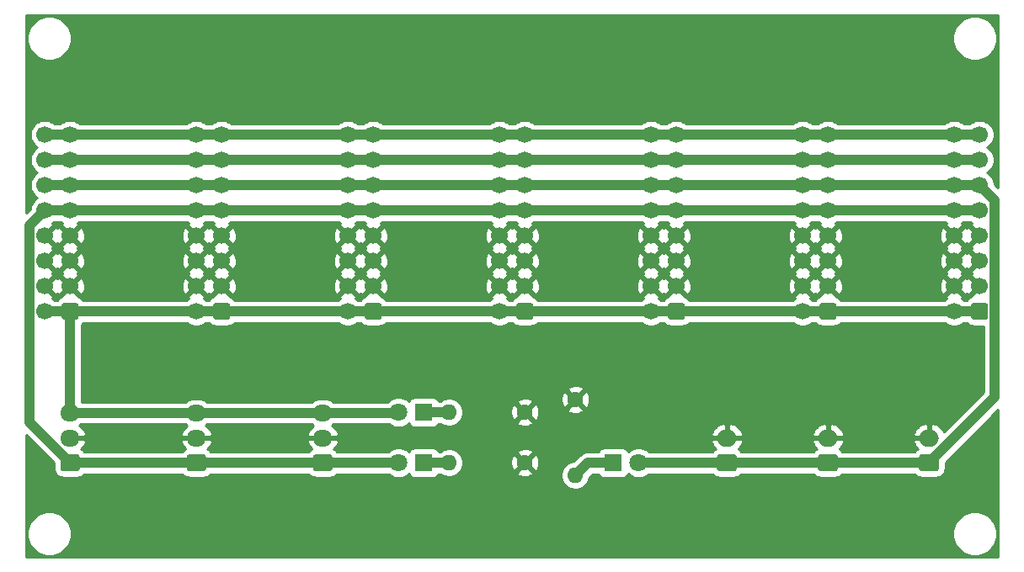
<source format=gbl>
G04 #@! TF.GenerationSoftware,KiCad,Pcbnew,(5.1.6)-1*
G04 #@! TF.CreationDate,2020-12-31T13:30:19+09:00*
G04 #@! TF.ProjectId,ERK01_PSU_EXT,45524b30-315f-4505-9355-5f4558542e6b,Ver.1.1*
G04 #@! TF.SameCoordinates,Original*
G04 #@! TF.FileFunction,Copper,L2,Bot*
G04 #@! TF.FilePolarity,Positive*
%FSLAX46Y46*%
G04 Gerber Fmt 4.6, Leading zero omitted, Abs format (unit mm)*
G04 Created by KiCad (PCBNEW (5.1.6)-1) date 2020-12-31 13:30:19*
%MOMM*%
%LPD*%
G01*
G04 APERTURE LIST*
G04 #@! TA.AperFunction,ComponentPad*
%ADD10O,1.600000X1.600000*%
G04 #@! TD*
G04 #@! TA.AperFunction,ComponentPad*
%ADD11C,1.600000*%
G04 #@! TD*
G04 #@! TA.AperFunction,ComponentPad*
%ADD12O,1.950000X1.700000*%
G04 #@! TD*
G04 #@! TA.AperFunction,ComponentPad*
%ADD13O,2.000000X1.700000*%
G04 #@! TD*
G04 #@! TA.AperFunction,ComponentPad*
%ADD14C,1.700000*%
G04 #@! TD*
G04 #@! TA.AperFunction,ComponentPad*
%ADD15C,1.800000*%
G04 #@! TD*
G04 #@! TA.AperFunction,ComponentPad*
%ADD16R,1.800000X1.800000*%
G04 #@! TD*
G04 #@! TA.AperFunction,ViaPad*
%ADD17C,0.800000*%
G04 #@! TD*
G04 #@! TA.AperFunction,Conductor*
%ADD18C,1.000000*%
G04 #@! TD*
G04 #@! TA.AperFunction,Conductor*
%ADD19C,0.254000*%
G04 #@! TD*
G04 APERTURE END LIST*
D10*
G04 #@! TO.P,R3,2*
G04 #@! TO.N,Net-(D3-Pad1)*
X139700000Y-111760000D03*
D11*
G04 #@! TO.P,R3,1*
G04 #@! TO.N,GND*
X147320000Y-111760000D03*
G04 #@! TD*
D10*
G04 #@! TO.P,R2,2*
G04 #@! TO.N,Net-(D2-Pad1)*
X139700000Y-116840000D03*
D11*
G04 #@! TO.P,R2,1*
G04 #@! TO.N,GND*
X147320000Y-116840000D03*
G04 #@! TD*
D10*
G04 #@! TO.P,R1,2*
G04 #@! TO.N,Net-(D1-Pad1)*
X152400000Y-118110000D03*
D11*
G04 #@! TO.P,R1,1*
G04 #@! TO.N,GND*
X152400000Y-110490000D03*
G04 #@! TD*
D12*
G04 #@! TO.P,J15,3*
G04 #@! TO.N,/-12V*
X127000000Y-111840000D03*
G04 #@! TO.P,J15,2*
G04 #@! TO.N,GND*
X127000000Y-114340000D03*
G04 #@! TO.P,J15,1*
G04 #@! TO.N,/+12V*
G04 #@! TA.AperFunction,ComponentPad*
G36*
G01*
X127725000Y-117690000D02*
X126275000Y-117690000D01*
G75*
G02*
X126025000Y-117440000I0J250000D01*
G01*
X126025000Y-116240000D01*
G75*
G02*
X126275000Y-115990000I250000J0D01*
G01*
X127725000Y-115990000D01*
G75*
G02*
X127975000Y-116240000I0J-250000D01*
G01*
X127975000Y-117440000D01*
G75*
G02*
X127725000Y-117690000I-250000J0D01*
G01*
G37*
G04 #@! TD.AperFunction*
G04 #@! TD*
G04 #@! TO.P,J14,3*
G04 #@! TO.N,/-12V*
X114300000Y-111840000D03*
G04 #@! TO.P,J14,2*
G04 #@! TO.N,GND*
X114300000Y-114340000D03*
G04 #@! TO.P,J14,1*
G04 #@! TO.N,/+12V*
G04 #@! TA.AperFunction,ComponentPad*
G36*
G01*
X115025000Y-117690000D02*
X113575000Y-117690000D01*
G75*
G02*
X113325000Y-117440000I0J250000D01*
G01*
X113325000Y-116240000D01*
G75*
G02*
X113575000Y-115990000I250000J0D01*
G01*
X115025000Y-115990000D01*
G75*
G02*
X115275000Y-116240000I0J-250000D01*
G01*
X115275000Y-117440000D01*
G75*
G02*
X115025000Y-117690000I-250000J0D01*
G01*
G37*
G04 #@! TD.AperFunction*
G04 #@! TD*
G04 #@! TO.P,J13,3*
G04 #@! TO.N,/-12V*
X101600000Y-111840000D03*
G04 #@! TO.P,J13,2*
G04 #@! TO.N,GND*
X101600000Y-114340000D03*
G04 #@! TO.P,J13,1*
G04 #@! TO.N,/+12V*
G04 #@! TA.AperFunction,ComponentPad*
G36*
G01*
X102325000Y-117690000D02*
X100875000Y-117690000D01*
G75*
G02*
X100625000Y-117440000I0J250000D01*
G01*
X100625000Y-116240000D01*
G75*
G02*
X100875000Y-115990000I250000J0D01*
G01*
X102325000Y-115990000D01*
G75*
G02*
X102575000Y-116240000I0J-250000D01*
G01*
X102575000Y-117440000D01*
G75*
G02*
X102325000Y-117690000I-250000J0D01*
G01*
G37*
G04 #@! TD.AperFunction*
G04 #@! TD*
D13*
G04 #@! TO.P,J10,2*
G04 #@! TO.N,GND*
X187960000Y-114340000D03*
G04 #@! TO.P,J10,1*
G04 #@! TO.N,/+5V*
G04 #@! TA.AperFunction,ComponentPad*
G36*
G01*
X188710000Y-117690000D02*
X187210000Y-117690000D01*
G75*
G02*
X186960000Y-117440000I0J250000D01*
G01*
X186960000Y-116240000D01*
G75*
G02*
X187210000Y-115990000I250000J0D01*
G01*
X188710000Y-115990000D01*
G75*
G02*
X188960000Y-116240000I0J-250000D01*
G01*
X188960000Y-117440000D01*
G75*
G02*
X188710000Y-117690000I-250000J0D01*
G01*
G37*
G04 #@! TD.AperFunction*
G04 #@! TD*
G04 #@! TO.P,J9,2*
G04 #@! TO.N,GND*
X177800000Y-114340000D03*
G04 #@! TO.P,J9,1*
G04 #@! TO.N,/+5V*
G04 #@! TA.AperFunction,ComponentPad*
G36*
G01*
X178550000Y-117690000D02*
X177050000Y-117690000D01*
G75*
G02*
X176800000Y-117440000I0J250000D01*
G01*
X176800000Y-116240000D01*
G75*
G02*
X177050000Y-115990000I250000J0D01*
G01*
X178550000Y-115990000D01*
G75*
G02*
X178800000Y-116240000I0J-250000D01*
G01*
X178800000Y-117440000D01*
G75*
G02*
X178550000Y-117690000I-250000J0D01*
G01*
G37*
G04 #@! TD.AperFunction*
G04 #@! TD*
G04 #@! TO.P,J8,2*
G04 #@! TO.N,GND*
X167640000Y-114340000D03*
G04 #@! TO.P,J8,1*
G04 #@! TO.N,/+5V*
G04 #@! TA.AperFunction,ComponentPad*
G36*
G01*
X168390000Y-117690000D02*
X166890000Y-117690000D01*
G75*
G02*
X166640000Y-117440000I0J250000D01*
G01*
X166640000Y-116240000D01*
G75*
G02*
X166890000Y-115990000I250000J0D01*
G01*
X168390000Y-115990000D01*
G75*
G02*
X168640000Y-116240000I0J-250000D01*
G01*
X168640000Y-117440000D01*
G75*
G02*
X168390000Y-117690000I-250000J0D01*
G01*
G37*
G04 #@! TD.AperFunction*
G04 #@! TD*
D14*
G04 #@! TO.P,J7,16*
G04 #@! TO.N,/Gate*
X190500000Y-83820000D03*
G04 #@! TO.P,J7,14*
G04 #@! TO.N,/CV*
X190500000Y-86360000D03*
G04 #@! TO.P,J7,12*
G04 #@! TO.N,/+5V*
X190500000Y-88900000D03*
G04 #@! TO.P,J7,10*
G04 #@! TO.N,/+12V*
X190500000Y-91440000D03*
G04 #@! TO.P,J7,8*
G04 #@! TO.N,GND*
X190500000Y-93980000D03*
G04 #@! TO.P,J7,6*
X190500000Y-96520000D03*
G04 #@! TO.P,J7,4*
X190500000Y-99060000D03*
G04 #@! TO.P,J7,2*
G04 #@! TO.N,/-12V*
X190500000Y-101600000D03*
G04 #@! TO.P,J7,15*
G04 #@! TO.N,/Gate*
X193040000Y-83820000D03*
G04 #@! TO.P,J7,13*
G04 #@! TO.N,/CV*
X193040000Y-86360000D03*
G04 #@! TO.P,J7,11*
G04 #@! TO.N,/+5V*
X193040000Y-88900000D03*
G04 #@! TO.P,J7,9*
G04 #@! TO.N,/+12V*
X193040000Y-91440000D03*
G04 #@! TO.P,J7,7*
G04 #@! TO.N,GND*
X193040000Y-93980000D03*
G04 #@! TO.P,J7,5*
X193040000Y-96520000D03*
G04 #@! TO.P,J7,3*
X193040000Y-99060000D03*
G04 #@! TO.P,J7,1*
G04 #@! TO.N,/-12V*
G04 #@! TA.AperFunction,ComponentPad*
G36*
G01*
X193890000Y-101000000D02*
X193890000Y-102200000D01*
G75*
G02*
X193640000Y-102450000I-250000J0D01*
G01*
X192440000Y-102450000D01*
G75*
G02*
X192190000Y-102200000I0J250000D01*
G01*
X192190000Y-101000000D01*
G75*
G02*
X192440000Y-100750000I250000J0D01*
G01*
X193640000Y-100750000D01*
G75*
G02*
X193890000Y-101000000I0J-250000D01*
G01*
G37*
G04 #@! TD.AperFunction*
G04 #@! TD*
G04 #@! TO.P,J6,16*
G04 #@! TO.N,/Gate*
X175260000Y-83820000D03*
G04 #@! TO.P,J6,14*
G04 #@! TO.N,/CV*
X175260000Y-86360000D03*
G04 #@! TO.P,J6,12*
G04 #@! TO.N,/+5V*
X175260000Y-88900000D03*
G04 #@! TO.P,J6,10*
G04 #@! TO.N,/+12V*
X175260000Y-91440000D03*
G04 #@! TO.P,J6,8*
G04 #@! TO.N,GND*
X175260000Y-93980000D03*
G04 #@! TO.P,J6,6*
X175260000Y-96520000D03*
G04 #@! TO.P,J6,4*
X175260000Y-99060000D03*
G04 #@! TO.P,J6,2*
G04 #@! TO.N,/-12V*
X175260000Y-101600000D03*
G04 #@! TO.P,J6,15*
G04 #@! TO.N,/Gate*
X177800000Y-83820000D03*
G04 #@! TO.P,J6,13*
G04 #@! TO.N,/CV*
X177800000Y-86360000D03*
G04 #@! TO.P,J6,11*
G04 #@! TO.N,/+5V*
X177800000Y-88900000D03*
G04 #@! TO.P,J6,9*
G04 #@! TO.N,/+12V*
X177800000Y-91440000D03*
G04 #@! TO.P,J6,7*
G04 #@! TO.N,GND*
X177800000Y-93980000D03*
G04 #@! TO.P,J6,5*
X177800000Y-96520000D03*
G04 #@! TO.P,J6,3*
X177800000Y-99060000D03*
G04 #@! TO.P,J6,1*
G04 #@! TO.N,/-12V*
G04 #@! TA.AperFunction,ComponentPad*
G36*
G01*
X178650000Y-101000000D02*
X178650000Y-102200000D01*
G75*
G02*
X178400000Y-102450000I-250000J0D01*
G01*
X177200000Y-102450000D01*
G75*
G02*
X176950000Y-102200000I0J250000D01*
G01*
X176950000Y-101000000D01*
G75*
G02*
X177200000Y-100750000I250000J0D01*
G01*
X178400000Y-100750000D01*
G75*
G02*
X178650000Y-101000000I0J-250000D01*
G01*
G37*
G04 #@! TD.AperFunction*
G04 #@! TD*
G04 #@! TO.P,J5,16*
G04 #@! TO.N,/Gate*
X160020000Y-83820000D03*
G04 #@! TO.P,J5,14*
G04 #@! TO.N,/CV*
X160020000Y-86360000D03*
G04 #@! TO.P,J5,12*
G04 #@! TO.N,/+5V*
X160020000Y-88900000D03*
G04 #@! TO.P,J5,10*
G04 #@! TO.N,/+12V*
X160020000Y-91440000D03*
G04 #@! TO.P,J5,8*
G04 #@! TO.N,GND*
X160020000Y-93980000D03*
G04 #@! TO.P,J5,6*
X160020000Y-96520000D03*
G04 #@! TO.P,J5,4*
X160020000Y-99060000D03*
G04 #@! TO.P,J5,2*
G04 #@! TO.N,/-12V*
X160020000Y-101600000D03*
G04 #@! TO.P,J5,15*
G04 #@! TO.N,/Gate*
X162560000Y-83820000D03*
G04 #@! TO.P,J5,13*
G04 #@! TO.N,/CV*
X162560000Y-86360000D03*
G04 #@! TO.P,J5,11*
G04 #@! TO.N,/+5V*
X162560000Y-88900000D03*
G04 #@! TO.P,J5,9*
G04 #@! TO.N,/+12V*
X162560000Y-91440000D03*
G04 #@! TO.P,J5,7*
G04 #@! TO.N,GND*
X162560000Y-93980000D03*
G04 #@! TO.P,J5,5*
X162560000Y-96520000D03*
G04 #@! TO.P,J5,3*
X162560000Y-99060000D03*
G04 #@! TO.P,J5,1*
G04 #@! TO.N,/-12V*
G04 #@! TA.AperFunction,ComponentPad*
G36*
G01*
X163410000Y-101000000D02*
X163410000Y-102200000D01*
G75*
G02*
X163160000Y-102450000I-250000J0D01*
G01*
X161960000Y-102450000D01*
G75*
G02*
X161710000Y-102200000I0J250000D01*
G01*
X161710000Y-101000000D01*
G75*
G02*
X161960000Y-100750000I250000J0D01*
G01*
X163160000Y-100750000D01*
G75*
G02*
X163410000Y-101000000I0J-250000D01*
G01*
G37*
G04 #@! TD.AperFunction*
G04 #@! TD*
G04 #@! TO.P,J4,16*
G04 #@! TO.N,/Gate*
X144780000Y-83820000D03*
G04 #@! TO.P,J4,14*
G04 #@! TO.N,/CV*
X144780000Y-86360000D03*
G04 #@! TO.P,J4,12*
G04 #@! TO.N,/+5V*
X144780000Y-88900000D03*
G04 #@! TO.P,J4,10*
G04 #@! TO.N,/+12V*
X144780000Y-91440000D03*
G04 #@! TO.P,J4,8*
G04 #@! TO.N,GND*
X144780000Y-93980000D03*
G04 #@! TO.P,J4,6*
X144780000Y-96520000D03*
G04 #@! TO.P,J4,4*
X144780000Y-99060000D03*
G04 #@! TO.P,J4,2*
G04 #@! TO.N,/-12V*
X144780000Y-101600000D03*
G04 #@! TO.P,J4,15*
G04 #@! TO.N,/Gate*
X147320000Y-83820000D03*
G04 #@! TO.P,J4,13*
G04 #@! TO.N,/CV*
X147320000Y-86360000D03*
G04 #@! TO.P,J4,11*
G04 #@! TO.N,/+5V*
X147320000Y-88900000D03*
G04 #@! TO.P,J4,9*
G04 #@! TO.N,/+12V*
X147320000Y-91440000D03*
G04 #@! TO.P,J4,7*
G04 #@! TO.N,GND*
X147320000Y-93980000D03*
G04 #@! TO.P,J4,5*
X147320000Y-96520000D03*
G04 #@! TO.P,J4,3*
X147320000Y-99060000D03*
G04 #@! TO.P,J4,1*
G04 #@! TO.N,/-12V*
G04 #@! TA.AperFunction,ComponentPad*
G36*
G01*
X148170000Y-101000000D02*
X148170000Y-102200000D01*
G75*
G02*
X147920000Y-102450000I-250000J0D01*
G01*
X146720000Y-102450000D01*
G75*
G02*
X146470000Y-102200000I0J250000D01*
G01*
X146470000Y-101000000D01*
G75*
G02*
X146720000Y-100750000I250000J0D01*
G01*
X147920000Y-100750000D01*
G75*
G02*
X148170000Y-101000000I0J-250000D01*
G01*
G37*
G04 #@! TD.AperFunction*
G04 #@! TD*
G04 #@! TO.P,J3,16*
G04 #@! TO.N,/Gate*
X129540000Y-83820000D03*
G04 #@! TO.P,J3,14*
G04 #@! TO.N,/CV*
X129540000Y-86360000D03*
G04 #@! TO.P,J3,12*
G04 #@! TO.N,/+5V*
X129540000Y-88900000D03*
G04 #@! TO.P,J3,10*
G04 #@! TO.N,/+12V*
X129540000Y-91440000D03*
G04 #@! TO.P,J3,8*
G04 #@! TO.N,GND*
X129540000Y-93980000D03*
G04 #@! TO.P,J3,6*
X129540000Y-96520000D03*
G04 #@! TO.P,J3,4*
X129540000Y-99060000D03*
G04 #@! TO.P,J3,2*
G04 #@! TO.N,/-12V*
X129540000Y-101600000D03*
G04 #@! TO.P,J3,15*
G04 #@! TO.N,/Gate*
X132080000Y-83820000D03*
G04 #@! TO.P,J3,13*
G04 #@! TO.N,/CV*
X132080000Y-86360000D03*
G04 #@! TO.P,J3,11*
G04 #@! TO.N,/+5V*
X132080000Y-88900000D03*
G04 #@! TO.P,J3,9*
G04 #@! TO.N,/+12V*
X132080000Y-91440000D03*
G04 #@! TO.P,J3,7*
G04 #@! TO.N,GND*
X132080000Y-93980000D03*
G04 #@! TO.P,J3,5*
X132080000Y-96520000D03*
G04 #@! TO.P,J3,3*
X132080000Y-99060000D03*
G04 #@! TO.P,J3,1*
G04 #@! TO.N,/-12V*
G04 #@! TA.AperFunction,ComponentPad*
G36*
G01*
X132930000Y-101000000D02*
X132930000Y-102200000D01*
G75*
G02*
X132680000Y-102450000I-250000J0D01*
G01*
X131480000Y-102450000D01*
G75*
G02*
X131230000Y-102200000I0J250000D01*
G01*
X131230000Y-101000000D01*
G75*
G02*
X131480000Y-100750000I250000J0D01*
G01*
X132680000Y-100750000D01*
G75*
G02*
X132930000Y-101000000I0J-250000D01*
G01*
G37*
G04 #@! TD.AperFunction*
G04 #@! TD*
G04 #@! TO.P,J2,16*
G04 #@! TO.N,/Gate*
X114300000Y-83820000D03*
G04 #@! TO.P,J2,14*
G04 #@! TO.N,/CV*
X114300000Y-86360000D03*
G04 #@! TO.P,J2,12*
G04 #@! TO.N,/+5V*
X114300000Y-88900000D03*
G04 #@! TO.P,J2,10*
G04 #@! TO.N,/+12V*
X114300000Y-91440000D03*
G04 #@! TO.P,J2,8*
G04 #@! TO.N,GND*
X114300000Y-93980000D03*
G04 #@! TO.P,J2,6*
X114300000Y-96520000D03*
G04 #@! TO.P,J2,4*
X114300000Y-99060000D03*
G04 #@! TO.P,J2,2*
G04 #@! TO.N,/-12V*
X114300000Y-101600000D03*
G04 #@! TO.P,J2,15*
G04 #@! TO.N,/Gate*
X116840000Y-83820000D03*
G04 #@! TO.P,J2,13*
G04 #@! TO.N,/CV*
X116840000Y-86360000D03*
G04 #@! TO.P,J2,11*
G04 #@! TO.N,/+5V*
X116840000Y-88900000D03*
G04 #@! TO.P,J2,9*
G04 #@! TO.N,/+12V*
X116840000Y-91440000D03*
G04 #@! TO.P,J2,7*
G04 #@! TO.N,GND*
X116840000Y-93980000D03*
G04 #@! TO.P,J2,5*
X116840000Y-96520000D03*
G04 #@! TO.P,J2,3*
X116840000Y-99060000D03*
G04 #@! TO.P,J2,1*
G04 #@! TO.N,/-12V*
G04 #@! TA.AperFunction,ComponentPad*
G36*
G01*
X117690000Y-101000000D02*
X117690000Y-102200000D01*
G75*
G02*
X117440000Y-102450000I-250000J0D01*
G01*
X116240000Y-102450000D01*
G75*
G02*
X115990000Y-102200000I0J250000D01*
G01*
X115990000Y-101000000D01*
G75*
G02*
X116240000Y-100750000I250000J0D01*
G01*
X117440000Y-100750000D01*
G75*
G02*
X117690000Y-101000000I0J-250000D01*
G01*
G37*
G04 #@! TD.AperFunction*
G04 #@! TD*
G04 #@! TO.P,J1,16*
G04 #@! TO.N,/Gate*
X99060000Y-83820000D03*
G04 #@! TO.P,J1,14*
G04 #@! TO.N,/CV*
X99060000Y-86360000D03*
G04 #@! TO.P,J1,12*
G04 #@! TO.N,/+5V*
X99060000Y-88900000D03*
G04 #@! TO.P,J1,10*
G04 #@! TO.N,/+12V*
X99060000Y-91440000D03*
G04 #@! TO.P,J1,8*
G04 #@! TO.N,GND*
X99060000Y-93980000D03*
G04 #@! TO.P,J1,6*
X99060000Y-96520000D03*
G04 #@! TO.P,J1,4*
X99060000Y-99060000D03*
G04 #@! TO.P,J1,2*
G04 #@! TO.N,/-12V*
X99060000Y-101600000D03*
G04 #@! TO.P,J1,15*
G04 #@! TO.N,/Gate*
X101600000Y-83820000D03*
G04 #@! TO.P,J1,13*
G04 #@! TO.N,/CV*
X101600000Y-86360000D03*
G04 #@! TO.P,J1,11*
G04 #@! TO.N,/+5V*
X101600000Y-88900000D03*
G04 #@! TO.P,J1,9*
G04 #@! TO.N,/+12V*
X101600000Y-91440000D03*
G04 #@! TO.P,J1,7*
G04 #@! TO.N,GND*
X101600000Y-93980000D03*
G04 #@! TO.P,J1,5*
X101600000Y-96520000D03*
G04 #@! TO.P,J1,3*
X101600000Y-99060000D03*
G04 #@! TO.P,J1,1*
G04 #@! TO.N,/-12V*
G04 #@! TA.AperFunction,ComponentPad*
G36*
G01*
X102450000Y-101000000D02*
X102450000Y-102200000D01*
G75*
G02*
X102200000Y-102450000I-250000J0D01*
G01*
X101000000Y-102450000D01*
G75*
G02*
X100750000Y-102200000I0J250000D01*
G01*
X100750000Y-101000000D01*
G75*
G02*
X101000000Y-100750000I250000J0D01*
G01*
X102200000Y-100750000D01*
G75*
G02*
X102450000Y-101000000I0J-250000D01*
G01*
G37*
G04 #@! TD.AperFunction*
G04 #@! TD*
D15*
G04 #@! TO.P,D3,2*
G04 #@! TO.N,/-12V*
X134620000Y-111760000D03*
D16*
G04 #@! TO.P,D3,1*
G04 #@! TO.N,Net-(D3-Pad1)*
X137160000Y-111760000D03*
G04 #@! TD*
D15*
G04 #@! TO.P,D2,2*
G04 #@! TO.N,/+12V*
X134620000Y-116840000D03*
D16*
G04 #@! TO.P,D2,1*
G04 #@! TO.N,Net-(D2-Pad1)*
X137160000Y-116840000D03*
G04 #@! TD*
D15*
G04 #@! TO.P,D1,2*
G04 #@! TO.N,/+5V*
X158750000Y-116840000D03*
D16*
G04 #@! TO.P,D1,1*
G04 #@! TO.N,Net-(D1-Pad1)*
X156210000Y-116840000D03*
G04 #@! TD*
D17*
G04 #@! TO.N,GND*
X106680000Y-76200000D03*
X106680000Y-81280000D03*
X111760000Y-76200000D03*
X116840000Y-76200000D03*
X121920000Y-76200000D03*
X127000000Y-76200000D03*
X132080000Y-76200000D03*
X137160000Y-76200000D03*
X142240000Y-76200000D03*
X147320000Y-76200000D03*
X152400000Y-76200000D03*
X157480000Y-76200000D03*
X162560000Y-76200000D03*
X167640000Y-76200000D03*
X172720000Y-76200000D03*
X177800000Y-76200000D03*
X182880000Y-76200000D03*
X187960000Y-76200000D03*
X182880000Y-81280000D03*
X182880000Y-96520000D03*
X182880000Y-106680000D03*
X182880000Y-111760000D03*
X182880000Y-121920000D03*
X193040000Y-116840000D03*
X172720000Y-121920000D03*
X177800000Y-121920000D03*
X172720000Y-111760000D03*
X162560000Y-121920000D03*
X162560000Y-111760000D03*
X157480000Y-111760000D03*
X157480000Y-121920000D03*
X152400000Y-121920000D03*
X152400000Y-106680000D03*
X142240000Y-111760000D03*
X142240000Y-116840000D03*
X142240000Y-121920000D03*
X147320000Y-121920000D03*
X137160000Y-106680000D03*
X137160000Y-121920000D03*
X132080000Y-121920000D03*
X127000000Y-121920000D03*
X121920000Y-121920000D03*
X116840000Y-121920000D03*
X111760000Y-121920000D03*
X106680000Y-121920000D03*
X106680000Y-106680000D03*
X121920000Y-106680000D03*
X167640000Y-106680000D03*
X167640000Y-96520000D03*
X152400000Y-96520000D03*
X121920000Y-96520000D03*
X121920000Y-96520000D03*
X106680000Y-96520000D03*
X121920000Y-81280000D03*
X137160000Y-81280000D03*
X152400000Y-81280000D03*
X167640000Y-81280000D03*
G04 #@! TD*
D18*
G04 #@! TO.N,/Gate*
X99060000Y-83820000D02*
X101600000Y-83820000D01*
X101600000Y-83820000D02*
X114300000Y-83820000D01*
X116840000Y-83820000D02*
X114300000Y-83820000D01*
X116840000Y-83820000D02*
X129540000Y-83820000D01*
X129540000Y-83820000D02*
X132080000Y-83820000D01*
X132080000Y-83820000D02*
X144780000Y-83820000D01*
X144780000Y-83820000D02*
X147320000Y-83820000D01*
X147320000Y-83820000D02*
X160020000Y-83820000D01*
X160020000Y-83820000D02*
X162560000Y-83820000D01*
X162560000Y-83820000D02*
X175260000Y-83820000D01*
X175260000Y-83820000D02*
X177800000Y-83820000D01*
X177800000Y-83820000D02*
X190500000Y-83820000D01*
X193040000Y-83820000D02*
X190500000Y-83820000D01*
G04 #@! TO.N,/CV*
X193040000Y-86360000D02*
X190500000Y-86360000D01*
X190500000Y-86360000D02*
X177800000Y-86360000D01*
X177800000Y-86360000D02*
X175260000Y-86360000D01*
X175260000Y-86360000D02*
X162560000Y-86360000D01*
X162560000Y-86360000D02*
X160020000Y-86360000D01*
X160020000Y-86360000D02*
X147320000Y-86360000D01*
X144780000Y-86360000D02*
X147320000Y-86360000D01*
X144780000Y-86360000D02*
X132080000Y-86360000D01*
X132080000Y-86360000D02*
X129540000Y-86360000D01*
X129540000Y-86360000D02*
X116840000Y-86360000D01*
X116840000Y-86360000D02*
X114300000Y-86360000D01*
X101600000Y-86360000D02*
X114300000Y-86360000D01*
X99060000Y-86360000D02*
X101600000Y-86360000D01*
G04 #@! TO.N,/+5V*
X99060000Y-88900000D02*
X101600000Y-88900000D01*
X101600000Y-88900000D02*
X114300000Y-88900000D01*
X114300000Y-88900000D02*
X116840000Y-88900000D01*
X116840000Y-88900000D02*
X129540000Y-88900000D01*
X132080000Y-88900000D02*
X144780000Y-88900000D01*
X144780000Y-88900000D02*
X147320000Y-88900000D01*
X147320000Y-88900000D02*
X160020000Y-88900000D01*
X160020000Y-88900000D02*
X162560000Y-88900000D01*
X162560000Y-88900000D02*
X175260000Y-88900000D01*
X175260000Y-88900000D02*
X177800000Y-88900000D01*
X177800000Y-88900000D02*
X190500000Y-88900000D01*
X190500000Y-88900000D02*
X193040000Y-88900000D01*
X167640000Y-116840000D02*
X177800000Y-116840000D01*
X177800000Y-116840000D02*
X187960000Y-116840000D01*
X194590001Y-90450001D02*
X193040000Y-88900000D01*
X194590001Y-110209999D02*
X194590001Y-90450001D01*
X187960000Y-116840000D02*
X194590001Y-110209999D01*
X129540000Y-88900000D02*
X132080000Y-88900000D01*
X158750000Y-116840000D02*
X167640000Y-116840000D01*
G04 #@! TO.N,/+12V*
X193040000Y-91440000D02*
X190500000Y-91440000D01*
X177800000Y-91440000D02*
X190500000Y-91440000D01*
X177800000Y-91440000D02*
X175260000Y-91440000D01*
X175260000Y-91440000D02*
X162560000Y-91440000D01*
X162560000Y-91440000D02*
X160020000Y-91440000D01*
X147320000Y-91440000D02*
X160020000Y-91440000D01*
X147320000Y-91440000D02*
X144780000Y-91440000D01*
X144780000Y-91440000D02*
X132080000Y-91440000D01*
X132080000Y-91440000D02*
X129540000Y-91440000D01*
X129540000Y-91440000D02*
X116840000Y-91440000D01*
X114300000Y-91440000D02*
X116840000Y-91440000D01*
X114300000Y-91440000D02*
X101600000Y-91440000D01*
X99060000Y-91440000D02*
X101600000Y-91440000D01*
X101600000Y-116840000D02*
X114300000Y-116840000D01*
X114300000Y-116840000D02*
X127000000Y-116840000D01*
X127000000Y-116840000D02*
X134620000Y-116840000D01*
X97509999Y-92990001D02*
X99060000Y-91440000D01*
X97509999Y-112749999D02*
X97509999Y-92990001D01*
X101600000Y-116840000D02*
X97509999Y-112749999D01*
G04 #@! TO.N,/-12V*
X99060000Y-101600000D02*
X101600000Y-101600000D01*
X116840000Y-101600000D02*
X129540000Y-101600000D01*
X129540000Y-101600000D02*
X132080000Y-101600000D01*
X132080000Y-101600000D02*
X144780000Y-101600000D01*
X144780000Y-101600000D02*
X147320000Y-101600000D01*
X147320000Y-101600000D02*
X160020000Y-101600000D01*
X160020000Y-101600000D02*
X162560000Y-101600000D01*
X162560000Y-101600000D02*
X175260000Y-101600000D01*
X175260000Y-101600000D02*
X177800000Y-101600000D01*
X177800000Y-101600000D02*
X190500000Y-101600000D01*
X193040000Y-101600000D02*
X190500000Y-101600000D01*
X101600000Y-111840000D02*
X114300000Y-111840000D01*
X114300000Y-111840000D02*
X127000000Y-111840000D01*
X134540000Y-111840000D02*
X134620000Y-111760000D01*
X127000000Y-111840000D02*
X134540000Y-111840000D01*
X101600000Y-111840000D02*
X101600000Y-101600000D01*
X116840000Y-101600000D02*
X114300000Y-101600000D01*
X114300000Y-101600000D02*
X101600000Y-101600000D01*
G04 #@! TO.N,Net-(D1-Pad1)*
X153670000Y-116840000D02*
X152400000Y-118110000D01*
X156210000Y-116840000D02*
X153670000Y-116840000D01*
G04 #@! TO.N,Net-(D2-Pad1)*
X139700000Y-116840000D02*
X137160000Y-116840000D01*
G04 #@! TO.N,Net-(D3-Pad1)*
X139700000Y-111760000D02*
X137160000Y-111760000D01*
G04 #@! TD*
D19*
G04 #@! TO.N,GND*
G36*
X113353368Y-102753475D02*
G01*
X113596589Y-102915990D01*
X113866842Y-103027932D01*
X114153740Y-103085000D01*
X114446260Y-103085000D01*
X114733158Y-103027932D01*
X115003411Y-102915990D01*
X115246632Y-102753475D01*
X115265107Y-102735000D01*
X115535747Y-102735000D01*
X115612038Y-102827962D01*
X115746614Y-102938405D01*
X115900150Y-103020472D01*
X116066746Y-103071008D01*
X116240000Y-103088072D01*
X117440000Y-103088072D01*
X117613254Y-103071008D01*
X117779850Y-103020472D01*
X117933386Y-102938405D01*
X118067962Y-102827962D01*
X118144253Y-102735000D01*
X128574893Y-102735000D01*
X128593368Y-102753475D01*
X128836589Y-102915990D01*
X129106842Y-103027932D01*
X129393740Y-103085000D01*
X129686260Y-103085000D01*
X129973158Y-103027932D01*
X130243411Y-102915990D01*
X130486632Y-102753475D01*
X130505107Y-102735000D01*
X130775747Y-102735000D01*
X130852038Y-102827962D01*
X130986614Y-102938405D01*
X131140150Y-103020472D01*
X131306746Y-103071008D01*
X131480000Y-103088072D01*
X132680000Y-103088072D01*
X132853254Y-103071008D01*
X133019850Y-103020472D01*
X133173386Y-102938405D01*
X133307962Y-102827962D01*
X133384253Y-102735000D01*
X143814893Y-102735000D01*
X143833368Y-102753475D01*
X144076589Y-102915990D01*
X144346842Y-103027932D01*
X144633740Y-103085000D01*
X144926260Y-103085000D01*
X145213158Y-103027932D01*
X145483411Y-102915990D01*
X145726632Y-102753475D01*
X145745107Y-102735000D01*
X146015747Y-102735000D01*
X146092038Y-102827962D01*
X146226614Y-102938405D01*
X146380150Y-103020472D01*
X146546746Y-103071008D01*
X146720000Y-103088072D01*
X147920000Y-103088072D01*
X148093254Y-103071008D01*
X148259850Y-103020472D01*
X148413386Y-102938405D01*
X148547962Y-102827962D01*
X148624253Y-102735000D01*
X159054893Y-102735000D01*
X159073368Y-102753475D01*
X159316589Y-102915990D01*
X159586842Y-103027932D01*
X159873740Y-103085000D01*
X160166260Y-103085000D01*
X160453158Y-103027932D01*
X160723411Y-102915990D01*
X160966632Y-102753475D01*
X160985107Y-102735000D01*
X161255747Y-102735000D01*
X161332038Y-102827962D01*
X161466614Y-102938405D01*
X161620150Y-103020472D01*
X161786746Y-103071008D01*
X161960000Y-103088072D01*
X163160000Y-103088072D01*
X163333254Y-103071008D01*
X163499850Y-103020472D01*
X163653386Y-102938405D01*
X163787962Y-102827962D01*
X163864253Y-102735000D01*
X174294893Y-102735000D01*
X174313368Y-102753475D01*
X174556589Y-102915990D01*
X174826842Y-103027932D01*
X175113740Y-103085000D01*
X175406260Y-103085000D01*
X175693158Y-103027932D01*
X175963411Y-102915990D01*
X176206632Y-102753475D01*
X176225107Y-102735000D01*
X176495747Y-102735000D01*
X176572038Y-102827962D01*
X176706614Y-102938405D01*
X176860150Y-103020472D01*
X177026746Y-103071008D01*
X177200000Y-103088072D01*
X178400000Y-103088072D01*
X178573254Y-103071008D01*
X178739850Y-103020472D01*
X178893386Y-102938405D01*
X179027962Y-102827962D01*
X179104253Y-102735000D01*
X189534893Y-102735000D01*
X189553368Y-102753475D01*
X189796589Y-102915990D01*
X190066842Y-103027932D01*
X190353740Y-103085000D01*
X190646260Y-103085000D01*
X190933158Y-103027932D01*
X191203411Y-102915990D01*
X191446632Y-102753475D01*
X191465107Y-102735000D01*
X191735747Y-102735000D01*
X191812038Y-102827962D01*
X191946614Y-102938405D01*
X192100150Y-103020472D01*
X192266746Y-103071008D01*
X192440000Y-103088072D01*
X193455001Y-103088072D01*
X193455001Y-109739867D01*
X189462675Y-113732194D01*
X189449854Y-113696991D01*
X189298664Y-113447954D01*
X189101795Y-113233198D01*
X188866812Y-113060975D01*
X188602745Y-112937904D01*
X188319742Y-112868715D01*
X188087000Y-113012768D01*
X188087000Y-114213000D01*
X188107000Y-114213000D01*
X188107000Y-114467000D01*
X188087000Y-114467000D01*
X188087000Y-114487000D01*
X187833000Y-114487000D01*
X187833000Y-114467000D01*
X186489845Y-114467000D01*
X186368524Y-114696890D01*
X186370446Y-114709261D01*
X186470146Y-114983009D01*
X186621336Y-115232046D01*
X186818205Y-115446802D01*
X186818593Y-115447086D01*
X186716614Y-115501595D01*
X186582038Y-115612038D01*
X186505747Y-115705000D01*
X179254253Y-115705000D01*
X179177962Y-115612038D01*
X179043386Y-115501595D01*
X178941407Y-115447086D01*
X178941795Y-115446802D01*
X179138664Y-115232046D01*
X179289854Y-114983009D01*
X179389554Y-114709261D01*
X179391476Y-114696890D01*
X179270155Y-114467000D01*
X177927000Y-114467000D01*
X177927000Y-114487000D01*
X177673000Y-114487000D01*
X177673000Y-114467000D01*
X176329845Y-114467000D01*
X176208524Y-114696890D01*
X176210446Y-114709261D01*
X176310146Y-114983009D01*
X176461336Y-115232046D01*
X176658205Y-115446802D01*
X176658593Y-115447086D01*
X176556614Y-115501595D01*
X176422038Y-115612038D01*
X176345747Y-115705000D01*
X169094253Y-115705000D01*
X169017962Y-115612038D01*
X168883386Y-115501595D01*
X168781407Y-115447086D01*
X168781795Y-115446802D01*
X168978664Y-115232046D01*
X169129854Y-114983009D01*
X169229554Y-114709261D01*
X169231476Y-114696890D01*
X169110155Y-114467000D01*
X167767000Y-114467000D01*
X167767000Y-114487000D01*
X167513000Y-114487000D01*
X167513000Y-114467000D01*
X166169845Y-114467000D01*
X166048524Y-114696890D01*
X166050446Y-114709261D01*
X166150146Y-114983009D01*
X166301336Y-115232046D01*
X166498205Y-115446802D01*
X166498593Y-115447086D01*
X166396614Y-115501595D01*
X166262038Y-115612038D01*
X166185747Y-115705000D01*
X159785817Y-115705000D01*
X159728505Y-115647688D01*
X159477095Y-115479701D01*
X159197743Y-115363989D01*
X158901184Y-115305000D01*
X158598816Y-115305000D01*
X158302257Y-115363989D01*
X158022905Y-115479701D01*
X157771495Y-115647688D01*
X157705056Y-115714127D01*
X157699502Y-115695820D01*
X157640537Y-115585506D01*
X157561185Y-115488815D01*
X157464494Y-115409463D01*
X157354180Y-115350498D01*
X157234482Y-115314188D01*
X157110000Y-115301928D01*
X155310000Y-115301928D01*
X155185518Y-115314188D01*
X155065820Y-115350498D01*
X154955506Y-115409463D01*
X154858815Y-115488815D01*
X154779463Y-115585506D01*
X154720498Y-115695820D01*
X154717713Y-115705000D01*
X153725743Y-115705000D01*
X153669999Y-115699510D01*
X153614255Y-115705000D01*
X153614248Y-115705000D01*
X153468493Y-115719356D01*
X153447500Y-115721423D01*
X153397705Y-115736529D01*
X153233553Y-115786324D01*
X153036377Y-115891716D01*
X152863551Y-116033551D01*
X152828011Y-116076857D01*
X152222718Y-116682150D01*
X151981426Y-116730147D01*
X151720273Y-116838320D01*
X151485241Y-116995363D01*
X151285363Y-117195241D01*
X151128320Y-117430273D01*
X151020147Y-117691426D01*
X150965000Y-117968665D01*
X150965000Y-118251335D01*
X151020147Y-118528574D01*
X151128320Y-118789727D01*
X151285363Y-119024759D01*
X151485241Y-119224637D01*
X151720273Y-119381680D01*
X151981426Y-119489853D01*
X152258665Y-119545000D01*
X152541335Y-119545000D01*
X152818574Y-119489853D01*
X153079727Y-119381680D01*
X153314759Y-119224637D01*
X153514637Y-119024759D01*
X153671680Y-118789727D01*
X153779853Y-118528574D01*
X153827850Y-118287282D01*
X154140132Y-117975000D01*
X154717713Y-117975000D01*
X154720498Y-117984180D01*
X154779463Y-118094494D01*
X154858815Y-118191185D01*
X154955506Y-118270537D01*
X155065820Y-118329502D01*
X155185518Y-118365812D01*
X155310000Y-118378072D01*
X157110000Y-118378072D01*
X157234482Y-118365812D01*
X157354180Y-118329502D01*
X157464494Y-118270537D01*
X157561185Y-118191185D01*
X157640537Y-118094494D01*
X157699502Y-117984180D01*
X157705056Y-117965873D01*
X157771495Y-118032312D01*
X158022905Y-118200299D01*
X158302257Y-118316011D01*
X158598816Y-118375000D01*
X158901184Y-118375000D01*
X159197743Y-118316011D01*
X159477095Y-118200299D01*
X159728505Y-118032312D01*
X159785817Y-117975000D01*
X166185747Y-117975000D01*
X166262038Y-118067962D01*
X166396614Y-118178405D01*
X166550150Y-118260472D01*
X166716746Y-118311008D01*
X166890000Y-118328072D01*
X168390000Y-118328072D01*
X168563254Y-118311008D01*
X168729850Y-118260472D01*
X168883386Y-118178405D01*
X169017962Y-118067962D01*
X169094253Y-117975000D01*
X176345747Y-117975000D01*
X176422038Y-118067962D01*
X176556614Y-118178405D01*
X176710150Y-118260472D01*
X176876746Y-118311008D01*
X177050000Y-118328072D01*
X178550000Y-118328072D01*
X178723254Y-118311008D01*
X178889850Y-118260472D01*
X179043386Y-118178405D01*
X179177962Y-118067962D01*
X179254253Y-117975000D01*
X186505747Y-117975000D01*
X186582038Y-118067962D01*
X186716614Y-118178405D01*
X186870150Y-118260472D01*
X187036746Y-118311008D01*
X187210000Y-118328072D01*
X188710000Y-118328072D01*
X188883254Y-118311008D01*
X189049850Y-118260472D01*
X189203386Y-118178405D01*
X189337962Y-118067962D01*
X189448405Y-117933386D01*
X189530472Y-117779850D01*
X189581008Y-117613254D01*
X189598072Y-117440000D01*
X189598072Y-116807059D01*
X194920000Y-111485132D01*
X194920000Y-126340000D01*
X97180000Y-126340000D01*
X97180000Y-123779872D01*
X97285000Y-123779872D01*
X97285000Y-124220128D01*
X97370890Y-124651925D01*
X97539369Y-125058669D01*
X97783962Y-125424729D01*
X98095271Y-125736038D01*
X98461331Y-125980631D01*
X98868075Y-126149110D01*
X99299872Y-126235000D01*
X99740128Y-126235000D01*
X100171925Y-126149110D01*
X100578669Y-125980631D01*
X100944729Y-125736038D01*
X101256038Y-125424729D01*
X101500631Y-125058669D01*
X101669110Y-124651925D01*
X101755000Y-124220128D01*
X101755000Y-123779872D01*
X190345000Y-123779872D01*
X190345000Y-124220128D01*
X190430890Y-124651925D01*
X190599369Y-125058669D01*
X190843962Y-125424729D01*
X191155271Y-125736038D01*
X191521331Y-125980631D01*
X191928075Y-126149110D01*
X192359872Y-126235000D01*
X192800128Y-126235000D01*
X193231925Y-126149110D01*
X193638669Y-125980631D01*
X194004729Y-125736038D01*
X194316038Y-125424729D01*
X194560631Y-125058669D01*
X194729110Y-124651925D01*
X194815000Y-124220128D01*
X194815000Y-123779872D01*
X194729110Y-123348075D01*
X194560631Y-122941331D01*
X194316038Y-122575271D01*
X194004729Y-122263962D01*
X193638669Y-122019369D01*
X193231925Y-121850890D01*
X192800128Y-121765000D01*
X192359872Y-121765000D01*
X191928075Y-121850890D01*
X191521331Y-122019369D01*
X191155271Y-122263962D01*
X190843962Y-122575271D01*
X190599369Y-122941331D01*
X190430890Y-123348075D01*
X190345000Y-123779872D01*
X101755000Y-123779872D01*
X101669110Y-123348075D01*
X101500631Y-122941331D01*
X101256038Y-122575271D01*
X100944729Y-122263962D01*
X100578669Y-122019369D01*
X100171925Y-121850890D01*
X99740128Y-121765000D01*
X99299872Y-121765000D01*
X98868075Y-121850890D01*
X98461331Y-122019369D01*
X98095271Y-122263962D01*
X97783962Y-122575271D01*
X97539369Y-122941331D01*
X97370890Y-123348075D01*
X97285000Y-123779872D01*
X97180000Y-123779872D01*
X97180000Y-114025131D01*
X99986928Y-116832060D01*
X99986928Y-117440000D01*
X100003992Y-117613254D01*
X100054528Y-117779850D01*
X100136595Y-117933386D01*
X100247038Y-118067962D01*
X100381614Y-118178405D01*
X100535150Y-118260472D01*
X100701746Y-118311008D01*
X100875000Y-118328072D01*
X102325000Y-118328072D01*
X102498254Y-118311008D01*
X102664850Y-118260472D01*
X102818386Y-118178405D01*
X102952962Y-118067962D01*
X103029253Y-117975000D01*
X112870747Y-117975000D01*
X112947038Y-118067962D01*
X113081614Y-118178405D01*
X113235150Y-118260472D01*
X113401746Y-118311008D01*
X113575000Y-118328072D01*
X115025000Y-118328072D01*
X115198254Y-118311008D01*
X115364850Y-118260472D01*
X115518386Y-118178405D01*
X115652962Y-118067962D01*
X115729253Y-117975000D01*
X125570747Y-117975000D01*
X125647038Y-118067962D01*
X125781614Y-118178405D01*
X125935150Y-118260472D01*
X126101746Y-118311008D01*
X126275000Y-118328072D01*
X127725000Y-118328072D01*
X127898254Y-118311008D01*
X128064850Y-118260472D01*
X128218386Y-118178405D01*
X128352962Y-118067962D01*
X128429253Y-117975000D01*
X133584183Y-117975000D01*
X133641495Y-118032312D01*
X133892905Y-118200299D01*
X134172257Y-118316011D01*
X134468816Y-118375000D01*
X134771184Y-118375000D01*
X135067743Y-118316011D01*
X135347095Y-118200299D01*
X135598505Y-118032312D01*
X135664944Y-117965873D01*
X135670498Y-117984180D01*
X135729463Y-118094494D01*
X135808815Y-118191185D01*
X135905506Y-118270537D01*
X136015820Y-118329502D01*
X136135518Y-118365812D01*
X136260000Y-118378072D01*
X138060000Y-118378072D01*
X138184482Y-118365812D01*
X138304180Y-118329502D01*
X138414494Y-118270537D01*
X138511185Y-118191185D01*
X138590537Y-118094494D01*
X138649502Y-117984180D01*
X138652287Y-117975000D01*
X138815716Y-117975000D01*
X139020273Y-118111680D01*
X139281426Y-118219853D01*
X139558665Y-118275000D01*
X139841335Y-118275000D01*
X140118574Y-118219853D01*
X140379727Y-118111680D01*
X140614759Y-117954637D01*
X140736694Y-117832702D01*
X146506903Y-117832702D01*
X146578486Y-118076671D01*
X146833996Y-118197571D01*
X147108184Y-118266300D01*
X147390512Y-118280217D01*
X147670130Y-118238787D01*
X147936292Y-118143603D01*
X148061514Y-118076671D01*
X148133097Y-117832702D01*
X147320000Y-117019605D01*
X146506903Y-117832702D01*
X140736694Y-117832702D01*
X140814637Y-117754759D01*
X140971680Y-117519727D01*
X141079853Y-117258574D01*
X141135000Y-116981335D01*
X141135000Y-116910512D01*
X145879783Y-116910512D01*
X145921213Y-117190130D01*
X146016397Y-117456292D01*
X146083329Y-117581514D01*
X146327298Y-117653097D01*
X147140395Y-116840000D01*
X147499605Y-116840000D01*
X148312702Y-117653097D01*
X148556671Y-117581514D01*
X148677571Y-117326004D01*
X148746300Y-117051816D01*
X148760217Y-116769488D01*
X148718787Y-116489870D01*
X148623603Y-116223708D01*
X148556671Y-116098486D01*
X148312702Y-116026903D01*
X147499605Y-116840000D01*
X147140395Y-116840000D01*
X146327298Y-116026903D01*
X146083329Y-116098486D01*
X145962429Y-116353996D01*
X145893700Y-116628184D01*
X145879783Y-116910512D01*
X141135000Y-116910512D01*
X141135000Y-116698665D01*
X141079853Y-116421426D01*
X140971680Y-116160273D01*
X140814637Y-115925241D01*
X140736694Y-115847298D01*
X146506903Y-115847298D01*
X147320000Y-116660395D01*
X148133097Y-115847298D01*
X148061514Y-115603329D01*
X147806004Y-115482429D01*
X147531816Y-115413700D01*
X147249488Y-115399783D01*
X146969870Y-115441213D01*
X146703708Y-115536397D01*
X146578486Y-115603329D01*
X146506903Y-115847298D01*
X140736694Y-115847298D01*
X140614759Y-115725363D01*
X140379727Y-115568320D01*
X140118574Y-115460147D01*
X139841335Y-115405000D01*
X139558665Y-115405000D01*
X139281426Y-115460147D01*
X139020273Y-115568320D01*
X138815716Y-115705000D01*
X138652287Y-115705000D01*
X138649502Y-115695820D01*
X138590537Y-115585506D01*
X138511185Y-115488815D01*
X138414494Y-115409463D01*
X138304180Y-115350498D01*
X138184482Y-115314188D01*
X138060000Y-115301928D01*
X136260000Y-115301928D01*
X136135518Y-115314188D01*
X136015820Y-115350498D01*
X135905506Y-115409463D01*
X135808815Y-115488815D01*
X135729463Y-115585506D01*
X135670498Y-115695820D01*
X135664944Y-115714127D01*
X135598505Y-115647688D01*
X135347095Y-115479701D01*
X135067743Y-115363989D01*
X134771184Y-115305000D01*
X134468816Y-115305000D01*
X134172257Y-115363989D01*
X133892905Y-115479701D01*
X133641495Y-115647688D01*
X133584183Y-115705000D01*
X128429253Y-115705000D01*
X128352962Y-115612038D01*
X128218386Y-115501595D01*
X128113039Y-115445286D01*
X128134429Y-115429049D01*
X128327496Y-115211193D01*
X128474352Y-114959858D01*
X128566476Y-114696890D01*
X128445155Y-114467000D01*
X127127000Y-114467000D01*
X127127000Y-114487000D01*
X126873000Y-114487000D01*
X126873000Y-114467000D01*
X125554845Y-114467000D01*
X125433524Y-114696890D01*
X125525648Y-114959858D01*
X125672504Y-115211193D01*
X125865571Y-115429049D01*
X125886961Y-115445286D01*
X125781614Y-115501595D01*
X125647038Y-115612038D01*
X125570747Y-115705000D01*
X115729253Y-115705000D01*
X115652962Y-115612038D01*
X115518386Y-115501595D01*
X115413039Y-115445286D01*
X115434429Y-115429049D01*
X115627496Y-115211193D01*
X115774352Y-114959858D01*
X115866476Y-114696890D01*
X115745155Y-114467000D01*
X114427000Y-114467000D01*
X114427000Y-114487000D01*
X114173000Y-114487000D01*
X114173000Y-114467000D01*
X112854845Y-114467000D01*
X112733524Y-114696890D01*
X112825648Y-114959858D01*
X112972504Y-115211193D01*
X113165571Y-115429049D01*
X113186961Y-115445286D01*
X113081614Y-115501595D01*
X112947038Y-115612038D01*
X112870747Y-115705000D01*
X103029253Y-115705000D01*
X102952962Y-115612038D01*
X102818386Y-115501595D01*
X102713039Y-115445286D01*
X102734429Y-115429049D01*
X102927496Y-115211193D01*
X103074352Y-114959858D01*
X103166476Y-114696890D01*
X103045155Y-114467000D01*
X101727000Y-114467000D01*
X101727000Y-114487000D01*
X101473000Y-114487000D01*
X101473000Y-114467000D01*
X101453000Y-114467000D01*
X101453000Y-114213000D01*
X101473000Y-114213000D01*
X101473000Y-114193000D01*
X101727000Y-114193000D01*
X101727000Y-114213000D01*
X103045155Y-114213000D01*
X103166476Y-113983110D01*
X103074352Y-113720142D01*
X102927496Y-113468807D01*
X102734429Y-113250951D01*
X102528278Y-113094462D01*
X102554014Y-113080706D01*
X102682817Y-112975000D01*
X113217183Y-112975000D01*
X113345986Y-113080706D01*
X113371722Y-113094462D01*
X113165571Y-113250951D01*
X112972504Y-113468807D01*
X112825648Y-113720142D01*
X112733524Y-113983110D01*
X112854845Y-114213000D01*
X114173000Y-114213000D01*
X114173000Y-114193000D01*
X114427000Y-114193000D01*
X114427000Y-114213000D01*
X115745155Y-114213000D01*
X115866476Y-113983110D01*
X115774352Y-113720142D01*
X115627496Y-113468807D01*
X115434429Y-113250951D01*
X115228278Y-113094462D01*
X115254014Y-113080706D01*
X115382817Y-112975000D01*
X125917183Y-112975000D01*
X126045986Y-113080706D01*
X126071722Y-113094462D01*
X125865571Y-113250951D01*
X125672504Y-113468807D01*
X125525648Y-113720142D01*
X125433524Y-113983110D01*
X125554845Y-114213000D01*
X126873000Y-114213000D01*
X126873000Y-114193000D01*
X127127000Y-114193000D01*
X127127000Y-114213000D01*
X128445155Y-114213000D01*
X128566476Y-113983110D01*
X166048524Y-113983110D01*
X166169845Y-114213000D01*
X167513000Y-114213000D01*
X167513000Y-113012768D01*
X167767000Y-113012768D01*
X167767000Y-114213000D01*
X169110155Y-114213000D01*
X169231476Y-113983110D01*
X176208524Y-113983110D01*
X176329845Y-114213000D01*
X177673000Y-114213000D01*
X177673000Y-113012768D01*
X177927000Y-113012768D01*
X177927000Y-114213000D01*
X179270155Y-114213000D01*
X179391476Y-113983110D01*
X186368524Y-113983110D01*
X186489845Y-114213000D01*
X187833000Y-114213000D01*
X187833000Y-113012768D01*
X187600258Y-112868715D01*
X187317255Y-112937904D01*
X187053188Y-113060975D01*
X186818205Y-113233198D01*
X186621336Y-113447954D01*
X186470146Y-113696991D01*
X186370446Y-113970739D01*
X186368524Y-113983110D01*
X179391476Y-113983110D01*
X179389554Y-113970739D01*
X179289854Y-113696991D01*
X179138664Y-113447954D01*
X178941795Y-113233198D01*
X178706812Y-113060975D01*
X178442745Y-112937904D01*
X178159742Y-112868715D01*
X177927000Y-113012768D01*
X177673000Y-113012768D01*
X177440258Y-112868715D01*
X177157255Y-112937904D01*
X176893188Y-113060975D01*
X176658205Y-113233198D01*
X176461336Y-113447954D01*
X176310146Y-113696991D01*
X176210446Y-113970739D01*
X176208524Y-113983110D01*
X169231476Y-113983110D01*
X169229554Y-113970739D01*
X169129854Y-113696991D01*
X168978664Y-113447954D01*
X168781795Y-113233198D01*
X168546812Y-113060975D01*
X168282745Y-112937904D01*
X167999742Y-112868715D01*
X167767000Y-113012768D01*
X167513000Y-113012768D01*
X167280258Y-112868715D01*
X166997255Y-112937904D01*
X166733188Y-113060975D01*
X166498205Y-113233198D01*
X166301336Y-113447954D01*
X166150146Y-113696991D01*
X166050446Y-113970739D01*
X166048524Y-113983110D01*
X128566476Y-113983110D01*
X128474352Y-113720142D01*
X128327496Y-113468807D01*
X128134429Y-113250951D01*
X127928278Y-113094462D01*
X127954014Y-113080706D01*
X128082817Y-112975000D01*
X133675450Y-112975000D01*
X133892905Y-113120299D01*
X134172257Y-113236011D01*
X134468816Y-113295000D01*
X134771184Y-113295000D01*
X135067743Y-113236011D01*
X135347095Y-113120299D01*
X135598505Y-112952312D01*
X135664944Y-112885873D01*
X135670498Y-112904180D01*
X135729463Y-113014494D01*
X135808815Y-113111185D01*
X135905506Y-113190537D01*
X136015820Y-113249502D01*
X136135518Y-113285812D01*
X136260000Y-113298072D01*
X138060000Y-113298072D01*
X138184482Y-113285812D01*
X138304180Y-113249502D01*
X138414494Y-113190537D01*
X138511185Y-113111185D01*
X138590537Y-113014494D01*
X138649502Y-112904180D01*
X138652287Y-112895000D01*
X138815716Y-112895000D01*
X139020273Y-113031680D01*
X139281426Y-113139853D01*
X139558665Y-113195000D01*
X139841335Y-113195000D01*
X140118574Y-113139853D01*
X140379727Y-113031680D01*
X140614759Y-112874637D01*
X140736694Y-112752702D01*
X146506903Y-112752702D01*
X146578486Y-112996671D01*
X146833996Y-113117571D01*
X147108184Y-113186300D01*
X147390512Y-113200217D01*
X147670130Y-113158787D01*
X147936292Y-113063603D01*
X148061514Y-112996671D01*
X148133097Y-112752702D01*
X147320000Y-111939605D01*
X146506903Y-112752702D01*
X140736694Y-112752702D01*
X140814637Y-112674759D01*
X140971680Y-112439727D01*
X141079853Y-112178574D01*
X141135000Y-111901335D01*
X141135000Y-111830512D01*
X145879783Y-111830512D01*
X145921213Y-112110130D01*
X146016397Y-112376292D01*
X146083329Y-112501514D01*
X146327298Y-112573097D01*
X147140395Y-111760000D01*
X147499605Y-111760000D01*
X148312702Y-112573097D01*
X148556671Y-112501514D01*
X148677571Y-112246004D01*
X148746300Y-111971816D01*
X148760217Y-111689488D01*
X148729579Y-111482702D01*
X151586903Y-111482702D01*
X151658486Y-111726671D01*
X151913996Y-111847571D01*
X152188184Y-111916300D01*
X152470512Y-111930217D01*
X152750130Y-111888787D01*
X153016292Y-111793603D01*
X153141514Y-111726671D01*
X153213097Y-111482702D01*
X152400000Y-110669605D01*
X151586903Y-111482702D01*
X148729579Y-111482702D01*
X148718787Y-111409870D01*
X148623603Y-111143708D01*
X148556671Y-111018486D01*
X148312702Y-110946903D01*
X147499605Y-111760000D01*
X147140395Y-111760000D01*
X146327298Y-110946903D01*
X146083329Y-111018486D01*
X145962429Y-111273996D01*
X145893700Y-111548184D01*
X145879783Y-111830512D01*
X141135000Y-111830512D01*
X141135000Y-111618665D01*
X141079853Y-111341426D01*
X140971680Y-111080273D01*
X140814637Y-110845241D01*
X140736694Y-110767298D01*
X146506903Y-110767298D01*
X147320000Y-111580395D01*
X148133097Y-110767298D01*
X148072424Y-110560512D01*
X150959783Y-110560512D01*
X151001213Y-110840130D01*
X151096397Y-111106292D01*
X151163329Y-111231514D01*
X151407298Y-111303097D01*
X152220395Y-110490000D01*
X152579605Y-110490000D01*
X153392702Y-111303097D01*
X153636671Y-111231514D01*
X153757571Y-110976004D01*
X153826300Y-110701816D01*
X153840217Y-110419488D01*
X153798787Y-110139870D01*
X153703603Y-109873708D01*
X153636671Y-109748486D01*
X153392702Y-109676903D01*
X152579605Y-110490000D01*
X152220395Y-110490000D01*
X151407298Y-109676903D01*
X151163329Y-109748486D01*
X151042429Y-110003996D01*
X150973700Y-110278184D01*
X150959783Y-110560512D01*
X148072424Y-110560512D01*
X148061514Y-110523329D01*
X147806004Y-110402429D01*
X147531816Y-110333700D01*
X147249488Y-110319783D01*
X146969870Y-110361213D01*
X146703708Y-110456397D01*
X146578486Y-110523329D01*
X146506903Y-110767298D01*
X140736694Y-110767298D01*
X140614759Y-110645363D01*
X140379727Y-110488320D01*
X140118574Y-110380147D01*
X139841335Y-110325000D01*
X139558665Y-110325000D01*
X139281426Y-110380147D01*
X139020273Y-110488320D01*
X138815716Y-110625000D01*
X138652287Y-110625000D01*
X138649502Y-110615820D01*
X138590537Y-110505506D01*
X138511185Y-110408815D01*
X138414494Y-110329463D01*
X138304180Y-110270498D01*
X138184482Y-110234188D01*
X138060000Y-110221928D01*
X136260000Y-110221928D01*
X136135518Y-110234188D01*
X136015820Y-110270498D01*
X135905506Y-110329463D01*
X135808815Y-110408815D01*
X135729463Y-110505506D01*
X135670498Y-110615820D01*
X135664944Y-110634127D01*
X135598505Y-110567688D01*
X135347095Y-110399701D01*
X135067743Y-110283989D01*
X134771184Y-110225000D01*
X134468816Y-110225000D01*
X134172257Y-110283989D01*
X133892905Y-110399701D01*
X133641495Y-110567688D01*
X133504183Y-110705000D01*
X128082817Y-110705000D01*
X127954014Y-110599294D01*
X127696034Y-110461401D01*
X127416111Y-110376487D01*
X127197950Y-110355000D01*
X126802050Y-110355000D01*
X126583889Y-110376487D01*
X126303966Y-110461401D01*
X126045986Y-110599294D01*
X125917183Y-110705000D01*
X115382817Y-110705000D01*
X115254014Y-110599294D01*
X114996034Y-110461401D01*
X114716111Y-110376487D01*
X114497950Y-110355000D01*
X114102050Y-110355000D01*
X113883889Y-110376487D01*
X113603966Y-110461401D01*
X113345986Y-110599294D01*
X113217183Y-110705000D01*
X102735000Y-110705000D01*
X102735000Y-109497298D01*
X151586903Y-109497298D01*
X152400000Y-110310395D01*
X153213097Y-109497298D01*
X153141514Y-109253329D01*
X152886004Y-109132429D01*
X152611816Y-109063700D01*
X152329488Y-109049783D01*
X152049870Y-109091213D01*
X151783708Y-109186397D01*
X151658486Y-109253329D01*
X151586903Y-109497298D01*
X102735000Y-109497298D01*
X102735000Y-102904253D01*
X102827962Y-102827962D01*
X102904253Y-102735000D01*
X113334893Y-102735000D01*
X113353368Y-102753475D01*
G37*
X113353368Y-102753475D02*
X113596589Y-102915990D01*
X113866842Y-103027932D01*
X114153740Y-103085000D01*
X114446260Y-103085000D01*
X114733158Y-103027932D01*
X115003411Y-102915990D01*
X115246632Y-102753475D01*
X115265107Y-102735000D01*
X115535747Y-102735000D01*
X115612038Y-102827962D01*
X115746614Y-102938405D01*
X115900150Y-103020472D01*
X116066746Y-103071008D01*
X116240000Y-103088072D01*
X117440000Y-103088072D01*
X117613254Y-103071008D01*
X117779850Y-103020472D01*
X117933386Y-102938405D01*
X118067962Y-102827962D01*
X118144253Y-102735000D01*
X128574893Y-102735000D01*
X128593368Y-102753475D01*
X128836589Y-102915990D01*
X129106842Y-103027932D01*
X129393740Y-103085000D01*
X129686260Y-103085000D01*
X129973158Y-103027932D01*
X130243411Y-102915990D01*
X130486632Y-102753475D01*
X130505107Y-102735000D01*
X130775747Y-102735000D01*
X130852038Y-102827962D01*
X130986614Y-102938405D01*
X131140150Y-103020472D01*
X131306746Y-103071008D01*
X131480000Y-103088072D01*
X132680000Y-103088072D01*
X132853254Y-103071008D01*
X133019850Y-103020472D01*
X133173386Y-102938405D01*
X133307962Y-102827962D01*
X133384253Y-102735000D01*
X143814893Y-102735000D01*
X143833368Y-102753475D01*
X144076589Y-102915990D01*
X144346842Y-103027932D01*
X144633740Y-103085000D01*
X144926260Y-103085000D01*
X145213158Y-103027932D01*
X145483411Y-102915990D01*
X145726632Y-102753475D01*
X145745107Y-102735000D01*
X146015747Y-102735000D01*
X146092038Y-102827962D01*
X146226614Y-102938405D01*
X146380150Y-103020472D01*
X146546746Y-103071008D01*
X146720000Y-103088072D01*
X147920000Y-103088072D01*
X148093254Y-103071008D01*
X148259850Y-103020472D01*
X148413386Y-102938405D01*
X148547962Y-102827962D01*
X148624253Y-102735000D01*
X159054893Y-102735000D01*
X159073368Y-102753475D01*
X159316589Y-102915990D01*
X159586842Y-103027932D01*
X159873740Y-103085000D01*
X160166260Y-103085000D01*
X160453158Y-103027932D01*
X160723411Y-102915990D01*
X160966632Y-102753475D01*
X160985107Y-102735000D01*
X161255747Y-102735000D01*
X161332038Y-102827962D01*
X161466614Y-102938405D01*
X161620150Y-103020472D01*
X161786746Y-103071008D01*
X161960000Y-103088072D01*
X163160000Y-103088072D01*
X163333254Y-103071008D01*
X163499850Y-103020472D01*
X163653386Y-102938405D01*
X163787962Y-102827962D01*
X163864253Y-102735000D01*
X174294893Y-102735000D01*
X174313368Y-102753475D01*
X174556589Y-102915990D01*
X174826842Y-103027932D01*
X175113740Y-103085000D01*
X175406260Y-103085000D01*
X175693158Y-103027932D01*
X175963411Y-102915990D01*
X176206632Y-102753475D01*
X176225107Y-102735000D01*
X176495747Y-102735000D01*
X176572038Y-102827962D01*
X176706614Y-102938405D01*
X176860150Y-103020472D01*
X177026746Y-103071008D01*
X177200000Y-103088072D01*
X178400000Y-103088072D01*
X178573254Y-103071008D01*
X178739850Y-103020472D01*
X178893386Y-102938405D01*
X179027962Y-102827962D01*
X179104253Y-102735000D01*
X189534893Y-102735000D01*
X189553368Y-102753475D01*
X189796589Y-102915990D01*
X190066842Y-103027932D01*
X190353740Y-103085000D01*
X190646260Y-103085000D01*
X190933158Y-103027932D01*
X191203411Y-102915990D01*
X191446632Y-102753475D01*
X191465107Y-102735000D01*
X191735747Y-102735000D01*
X191812038Y-102827962D01*
X191946614Y-102938405D01*
X192100150Y-103020472D01*
X192266746Y-103071008D01*
X192440000Y-103088072D01*
X193455001Y-103088072D01*
X193455001Y-109739867D01*
X189462675Y-113732194D01*
X189449854Y-113696991D01*
X189298664Y-113447954D01*
X189101795Y-113233198D01*
X188866812Y-113060975D01*
X188602745Y-112937904D01*
X188319742Y-112868715D01*
X188087000Y-113012768D01*
X188087000Y-114213000D01*
X188107000Y-114213000D01*
X188107000Y-114467000D01*
X188087000Y-114467000D01*
X188087000Y-114487000D01*
X187833000Y-114487000D01*
X187833000Y-114467000D01*
X186489845Y-114467000D01*
X186368524Y-114696890D01*
X186370446Y-114709261D01*
X186470146Y-114983009D01*
X186621336Y-115232046D01*
X186818205Y-115446802D01*
X186818593Y-115447086D01*
X186716614Y-115501595D01*
X186582038Y-115612038D01*
X186505747Y-115705000D01*
X179254253Y-115705000D01*
X179177962Y-115612038D01*
X179043386Y-115501595D01*
X178941407Y-115447086D01*
X178941795Y-115446802D01*
X179138664Y-115232046D01*
X179289854Y-114983009D01*
X179389554Y-114709261D01*
X179391476Y-114696890D01*
X179270155Y-114467000D01*
X177927000Y-114467000D01*
X177927000Y-114487000D01*
X177673000Y-114487000D01*
X177673000Y-114467000D01*
X176329845Y-114467000D01*
X176208524Y-114696890D01*
X176210446Y-114709261D01*
X176310146Y-114983009D01*
X176461336Y-115232046D01*
X176658205Y-115446802D01*
X176658593Y-115447086D01*
X176556614Y-115501595D01*
X176422038Y-115612038D01*
X176345747Y-115705000D01*
X169094253Y-115705000D01*
X169017962Y-115612038D01*
X168883386Y-115501595D01*
X168781407Y-115447086D01*
X168781795Y-115446802D01*
X168978664Y-115232046D01*
X169129854Y-114983009D01*
X169229554Y-114709261D01*
X169231476Y-114696890D01*
X169110155Y-114467000D01*
X167767000Y-114467000D01*
X167767000Y-114487000D01*
X167513000Y-114487000D01*
X167513000Y-114467000D01*
X166169845Y-114467000D01*
X166048524Y-114696890D01*
X166050446Y-114709261D01*
X166150146Y-114983009D01*
X166301336Y-115232046D01*
X166498205Y-115446802D01*
X166498593Y-115447086D01*
X166396614Y-115501595D01*
X166262038Y-115612038D01*
X166185747Y-115705000D01*
X159785817Y-115705000D01*
X159728505Y-115647688D01*
X159477095Y-115479701D01*
X159197743Y-115363989D01*
X158901184Y-115305000D01*
X158598816Y-115305000D01*
X158302257Y-115363989D01*
X158022905Y-115479701D01*
X157771495Y-115647688D01*
X157705056Y-115714127D01*
X157699502Y-115695820D01*
X157640537Y-115585506D01*
X157561185Y-115488815D01*
X157464494Y-115409463D01*
X157354180Y-115350498D01*
X157234482Y-115314188D01*
X157110000Y-115301928D01*
X155310000Y-115301928D01*
X155185518Y-115314188D01*
X155065820Y-115350498D01*
X154955506Y-115409463D01*
X154858815Y-115488815D01*
X154779463Y-115585506D01*
X154720498Y-115695820D01*
X154717713Y-115705000D01*
X153725743Y-115705000D01*
X153669999Y-115699510D01*
X153614255Y-115705000D01*
X153614248Y-115705000D01*
X153468493Y-115719356D01*
X153447500Y-115721423D01*
X153397705Y-115736529D01*
X153233553Y-115786324D01*
X153036377Y-115891716D01*
X152863551Y-116033551D01*
X152828011Y-116076857D01*
X152222718Y-116682150D01*
X151981426Y-116730147D01*
X151720273Y-116838320D01*
X151485241Y-116995363D01*
X151285363Y-117195241D01*
X151128320Y-117430273D01*
X151020147Y-117691426D01*
X150965000Y-117968665D01*
X150965000Y-118251335D01*
X151020147Y-118528574D01*
X151128320Y-118789727D01*
X151285363Y-119024759D01*
X151485241Y-119224637D01*
X151720273Y-119381680D01*
X151981426Y-119489853D01*
X152258665Y-119545000D01*
X152541335Y-119545000D01*
X152818574Y-119489853D01*
X153079727Y-119381680D01*
X153314759Y-119224637D01*
X153514637Y-119024759D01*
X153671680Y-118789727D01*
X153779853Y-118528574D01*
X153827850Y-118287282D01*
X154140132Y-117975000D01*
X154717713Y-117975000D01*
X154720498Y-117984180D01*
X154779463Y-118094494D01*
X154858815Y-118191185D01*
X154955506Y-118270537D01*
X155065820Y-118329502D01*
X155185518Y-118365812D01*
X155310000Y-118378072D01*
X157110000Y-118378072D01*
X157234482Y-118365812D01*
X157354180Y-118329502D01*
X157464494Y-118270537D01*
X157561185Y-118191185D01*
X157640537Y-118094494D01*
X157699502Y-117984180D01*
X157705056Y-117965873D01*
X157771495Y-118032312D01*
X158022905Y-118200299D01*
X158302257Y-118316011D01*
X158598816Y-118375000D01*
X158901184Y-118375000D01*
X159197743Y-118316011D01*
X159477095Y-118200299D01*
X159728505Y-118032312D01*
X159785817Y-117975000D01*
X166185747Y-117975000D01*
X166262038Y-118067962D01*
X166396614Y-118178405D01*
X166550150Y-118260472D01*
X166716746Y-118311008D01*
X166890000Y-118328072D01*
X168390000Y-118328072D01*
X168563254Y-118311008D01*
X168729850Y-118260472D01*
X168883386Y-118178405D01*
X169017962Y-118067962D01*
X169094253Y-117975000D01*
X176345747Y-117975000D01*
X176422038Y-118067962D01*
X176556614Y-118178405D01*
X176710150Y-118260472D01*
X176876746Y-118311008D01*
X177050000Y-118328072D01*
X178550000Y-118328072D01*
X178723254Y-118311008D01*
X178889850Y-118260472D01*
X179043386Y-118178405D01*
X179177962Y-118067962D01*
X179254253Y-117975000D01*
X186505747Y-117975000D01*
X186582038Y-118067962D01*
X186716614Y-118178405D01*
X186870150Y-118260472D01*
X187036746Y-118311008D01*
X187210000Y-118328072D01*
X188710000Y-118328072D01*
X188883254Y-118311008D01*
X189049850Y-118260472D01*
X189203386Y-118178405D01*
X189337962Y-118067962D01*
X189448405Y-117933386D01*
X189530472Y-117779850D01*
X189581008Y-117613254D01*
X189598072Y-117440000D01*
X189598072Y-116807059D01*
X194920000Y-111485132D01*
X194920000Y-126340000D01*
X97180000Y-126340000D01*
X97180000Y-123779872D01*
X97285000Y-123779872D01*
X97285000Y-124220128D01*
X97370890Y-124651925D01*
X97539369Y-125058669D01*
X97783962Y-125424729D01*
X98095271Y-125736038D01*
X98461331Y-125980631D01*
X98868075Y-126149110D01*
X99299872Y-126235000D01*
X99740128Y-126235000D01*
X100171925Y-126149110D01*
X100578669Y-125980631D01*
X100944729Y-125736038D01*
X101256038Y-125424729D01*
X101500631Y-125058669D01*
X101669110Y-124651925D01*
X101755000Y-124220128D01*
X101755000Y-123779872D01*
X190345000Y-123779872D01*
X190345000Y-124220128D01*
X190430890Y-124651925D01*
X190599369Y-125058669D01*
X190843962Y-125424729D01*
X191155271Y-125736038D01*
X191521331Y-125980631D01*
X191928075Y-126149110D01*
X192359872Y-126235000D01*
X192800128Y-126235000D01*
X193231925Y-126149110D01*
X193638669Y-125980631D01*
X194004729Y-125736038D01*
X194316038Y-125424729D01*
X194560631Y-125058669D01*
X194729110Y-124651925D01*
X194815000Y-124220128D01*
X194815000Y-123779872D01*
X194729110Y-123348075D01*
X194560631Y-122941331D01*
X194316038Y-122575271D01*
X194004729Y-122263962D01*
X193638669Y-122019369D01*
X193231925Y-121850890D01*
X192800128Y-121765000D01*
X192359872Y-121765000D01*
X191928075Y-121850890D01*
X191521331Y-122019369D01*
X191155271Y-122263962D01*
X190843962Y-122575271D01*
X190599369Y-122941331D01*
X190430890Y-123348075D01*
X190345000Y-123779872D01*
X101755000Y-123779872D01*
X101669110Y-123348075D01*
X101500631Y-122941331D01*
X101256038Y-122575271D01*
X100944729Y-122263962D01*
X100578669Y-122019369D01*
X100171925Y-121850890D01*
X99740128Y-121765000D01*
X99299872Y-121765000D01*
X98868075Y-121850890D01*
X98461331Y-122019369D01*
X98095271Y-122263962D01*
X97783962Y-122575271D01*
X97539369Y-122941331D01*
X97370890Y-123348075D01*
X97285000Y-123779872D01*
X97180000Y-123779872D01*
X97180000Y-114025131D01*
X99986928Y-116832060D01*
X99986928Y-117440000D01*
X100003992Y-117613254D01*
X100054528Y-117779850D01*
X100136595Y-117933386D01*
X100247038Y-118067962D01*
X100381614Y-118178405D01*
X100535150Y-118260472D01*
X100701746Y-118311008D01*
X100875000Y-118328072D01*
X102325000Y-118328072D01*
X102498254Y-118311008D01*
X102664850Y-118260472D01*
X102818386Y-118178405D01*
X102952962Y-118067962D01*
X103029253Y-117975000D01*
X112870747Y-117975000D01*
X112947038Y-118067962D01*
X113081614Y-118178405D01*
X113235150Y-118260472D01*
X113401746Y-118311008D01*
X113575000Y-118328072D01*
X115025000Y-118328072D01*
X115198254Y-118311008D01*
X115364850Y-118260472D01*
X115518386Y-118178405D01*
X115652962Y-118067962D01*
X115729253Y-117975000D01*
X125570747Y-117975000D01*
X125647038Y-118067962D01*
X125781614Y-118178405D01*
X125935150Y-118260472D01*
X126101746Y-118311008D01*
X126275000Y-118328072D01*
X127725000Y-118328072D01*
X127898254Y-118311008D01*
X128064850Y-118260472D01*
X128218386Y-118178405D01*
X128352962Y-118067962D01*
X128429253Y-117975000D01*
X133584183Y-117975000D01*
X133641495Y-118032312D01*
X133892905Y-118200299D01*
X134172257Y-118316011D01*
X134468816Y-118375000D01*
X134771184Y-118375000D01*
X135067743Y-118316011D01*
X135347095Y-118200299D01*
X135598505Y-118032312D01*
X135664944Y-117965873D01*
X135670498Y-117984180D01*
X135729463Y-118094494D01*
X135808815Y-118191185D01*
X135905506Y-118270537D01*
X136015820Y-118329502D01*
X136135518Y-118365812D01*
X136260000Y-118378072D01*
X138060000Y-118378072D01*
X138184482Y-118365812D01*
X138304180Y-118329502D01*
X138414494Y-118270537D01*
X138511185Y-118191185D01*
X138590537Y-118094494D01*
X138649502Y-117984180D01*
X138652287Y-117975000D01*
X138815716Y-117975000D01*
X139020273Y-118111680D01*
X139281426Y-118219853D01*
X139558665Y-118275000D01*
X139841335Y-118275000D01*
X140118574Y-118219853D01*
X140379727Y-118111680D01*
X140614759Y-117954637D01*
X140736694Y-117832702D01*
X146506903Y-117832702D01*
X146578486Y-118076671D01*
X146833996Y-118197571D01*
X147108184Y-118266300D01*
X147390512Y-118280217D01*
X147670130Y-118238787D01*
X147936292Y-118143603D01*
X148061514Y-118076671D01*
X148133097Y-117832702D01*
X147320000Y-117019605D01*
X146506903Y-117832702D01*
X140736694Y-117832702D01*
X140814637Y-117754759D01*
X140971680Y-117519727D01*
X141079853Y-117258574D01*
X141135000Y-116981335D01*
X141135000Y-116910512D01*
X145879783Y-116910512D01*
X145921213Y-117190130D01*
X146016397Y-117456292D01*
X146083329Y-117581514D01*
X146327298Y-117653097D01*
X147140395Y-116840000D01*
X147499605Y-116840000D01*
X148312702Y-117653097D01*
X148556671Y-117581514D01*
X148677571Y-117326004D01*
X148746300Y-117051816D01*
X148760217Y-116769488D01*
X148718787Y-116489870D01*
X148623603Y-116223708D01*
X148556671Y-116098486D01*
X148312702Y-116026903D01*
X147499605Y-116840000D01*
X147140395Y-116840000D01*
X146327298Y-116026903D01*
X146083329Y-116098486D01*
X145962429Y-116353996D01*
X145893700Y-116628184D01*
X145879783Y-116910512D01*
X141135000Y-116910512D01*
X141135000Y-116698665D01*
X141079853Y-116421426D01*
X140971680Y-116160273D01*
X140814637Y-115925241D01*
X140736694Y-115847298D01*
X146506903Y-115847298D01*
X147320000Y-116660395D01*
X148133097Y-115847298D01*
X148061514Y-115603329D01*
X147806004Y-115482429D01*
X147531816Y-115413700D01*
X147249488Y-115399783D01*
X146969870Y-115441213D01*
X146703708Y-115536397D01*
X146578486Y-115603329D01*
X146506903Y-115847298D01*
X140736694Y-115847298D01*
X140614759Y-115725363D01*
X140379727Y-115568320D01*
X140118574Y-115460147D01*
X139841335Y-115405000D01*
X139558665Y-115405000D01*
X139281426Y-115460147D01*
X139020273Y-115568320D01*
X138815716Y-115705000D01*
X138652287Y-115705000D01*
X138649502Y-115695820D01*
X138590537Y-115585506D01*
X138511185Y-115488815D01*
X138414494Y-115409463D01*
X138304180Y-115350498D01*
X138184482Y-115314188D01*
X138060000Y-115301928D01*
X136260000Y-115301928D01*
X136135518Y-115314188D01*
X136015820Y-115350498D01*
X135905506Y-115409463D01*
X135808815Y-115488815D01*
X135729463Y-115585506D01*
X135670498Y-115695820D01*
X135664944Y-115714127D01*
X135598505Y-115647688D01*
X135347095Y-115479701D01*
X135067743Y-115363989D01*
X134771184Y-115305000D01*
X134468816Y-115305000D01*
X134172257Y-115363989D01*
X133892905Y-115479701D01*
X133641495Y-115647688D01*
X133584183Y-115705000D01*
X128429253Y-115705000D01*
X128352962Y-115612038D01*
X128218386Y-115501595D01*
X128113039Y-115445286D01*
X128134429Y-115429049D01*
X128327496Y-115211193D01*
X128474352Y-114959858D01*
X128566476Y-114696890D01*
X128445155Y-114467000D01*
X127127000Y-114467000D01*
X127127000Y-114487000D01*
X126873000Y-114487000D01*
X126873000Y-114467000D01*
X125554845Y-114467000D01*
X125433524Y-114696890D01*
X125525648Y-114959858D01*
X125672504Y-115211193D01*
X125865571Y-115429049D01*
X125886961Y-115445286D01*
X125781614Y-115501595D01*
X125647038Y-115612038D01*
X125570747Y-115705000D01*
X115729253Y-115705000D01*
X115652962Y-115612038D01*
X115518386Y-115501595D01*
X115413039Y-115445286D01*
X115434429Y-115429049D01*
X115627496Y-115211193D01*
X115774352Y-114959858D01*
X115866476Y-114696890D01*
X115745155Y-114467000D01*
X114427000Y-114467000D01*
X114427000Y-114487000D01*
X114173000Y-114487000D01*
X114173000Y-114467000D01*
X112854845Y-114467000D01*
X112733524Y-114696890D01*
X112825648Y-114959858D01*
X112972504Y-115211193D01*
X113165571Y-115429049D01*
X113186961Y-115445286D01*
X113081614Y-115501595D01*
X112947038Y-115612038D01*
X112870747Y-115705000D01*
X103029253Y-115705000D01*
X102952962Y-115612038D01*
X102818386Y-115501595D01*
X102713039Y-115445286D01*
X102734429Y-115429049D01*
X102927496Y-115211193D01*
X103074352Y-114959858D01*
X103166476Y-114696890D01*
X103045155Y-114467000D01*
X101727000Y-114467000D01*
X101727000Y-114487000D01*
X101473000Y-114487000D01*
X101473000Y-114467000D01*
X101453000Y-114467000D01*
X101453000Y-114213000D01*
X101473000Y-114213000D01*
X101473000Y-114193000D01*
X101727000Y-114193000D01*
X101727000Y-114213000D01*
X103045155Y-114213000D01*
X103166476Y-113983110D01*
X103074352Y-113720142D01*
X102927496Y-113468807D01*
X102734429Y-113250951D01*
X102528278Y-113094462D01*
X102554014Y-113080706D01*
X102682817Y-112975000D01*
X113217183Y-112975000D01*
X113345986Y-113080706D01*
X113371722Y-113094462D01*
X113165571Y-113250951D01*
X112972504Y-113468807D01*
X112825648Y-113720142D01*
X112733524Y-113983110D01*
X112854845Y-114213000D01*
X114173000Y-114213000D01*
X114173000Y-114193000D01*
X114427000Y-114193000D01*
X114427000Y-114213000D01*
X115745155Y-114213000D01*
X115866476Y-113983110D01*
X115774352Y-113720142D01*
X115627496Y-113468807D01*
X115434429Y-113250951D01*
X115228278Y-113094462D01*
X115254014Y-113080706D01*
X115382817Y-112975000D01*
X125917183Y-112975000D01*
X126045986Y-113080706D01*
X126071722Y-113094462D01*
X125865571Y-113250951D01*
X125672504Y-113468807D01*
X125525648Y-113720142D01*
X125433524Y-113983110D01*
X125554845Y-114213000D01*
X126873000Y-114213000D01*
X126873000Y-114193000D01*
X127127000Y-114193000D01*
X127127000Y-114213000D01*
X128445155Y-114213000D01*
X128566476Y-113983110D01*
X166048524Y-113983110D01*
X166169845Y-114213000D01*
X167513000Y-114213000D01*
X167513000Y-113012768D01*
X167767000Y-113012768D01*
X167767000Y-114213000D01*
X169110155Y-114213000D01*
X169231476Y-113983110D01*
X176208524Y-113983110D01*
X176329845Y-114213000D01*
X177673000Y-114213000D01*
X177673000Y-113012768D01*
X177927000Y-113012768D01*
X177927000Y-114213000D01*
X179270155Y-114213000D01*
X179391476Y-113983110D01*
X186368524Y-113983110D01*
X186489845Y-114213000D01*
X187833000Y-114213000D01*
X187833000Y-113012768D01*
X187600258Y-112868715D01*
X187317255Y-112937904D01*
X187053188Y-113060975D01*
X186818205Y-113233198D01*
X186621336Y-113447954D01*
X186470146Y-113696991D01*
X186370446Y-113970739D01*
X186368524Y-113983110D01*
X179391476Y-113983110D01*
X179389554Y-113970739D01*
X179289854Y-113696991D01*
X179138664Y-113447954D01*
X178941795Y-113233198D01*
X178706812Y-113060975D01*
X178442745Y-112937904D01*
X178159742Y-112868715D01*
X177927000Y-113012768D01*
X177673000Y-113012768D01*
X177440258Y-112868715D01*
X177157255Y-112937904D01*
X176893188Y-113060975D01*
X176658205Y-113233198D01*
X176461336Y-113447954D01*
X176310146Y-113696991D01*
X176210446Y-113970739D01*
X176208524Y-113983110D01*
X169231476Y-113983110D01*
X169229554Y-113970739D01*
X169129854Y-113696991D01*
X168978664Y-113447954D01*
X168781795Y-113233198D01*
X168546812Y-113060975D01*
X168282745Y-112937904D01*
X167999742Y-112868715D01*
X167767000Y-113012768D01*
X167513000Y-113012768D01*
X167280258Y-112868715D01*
X166997255Y-112937904D01*
X166733188Y-113060975D01*
X166498205Y-113233198D01*
X166301336Y-113447954D01*
X166150146Y-113696991D01*
X166050446Y-113970739D01*
X166048524Y-113983110D01*
X128566476Y-113983110D01*
X128474352Y-113720142D01*
X128327496Y-113468807D01*
X128134429Y-113250951D01*
X127928278Y-113094462D01*
X127954014Y-113080706D01*
X128082817Y-112975000D01*
X133675450Y-112975000D01*
X133892905Y-113120299D01*
X134172257Y-113236011D01*
X134468816Y-113295000D01*
X134771184Y-113295000D01*
X135067743Y-113236011D01*
X135347095Y-113120299D01*
X135598505Y-112952312D01*
X135664944Y-112885873D01*
X135670498Y-112904180D01*
X135729463Y-113014494D01*
X135808815Y-113111185D01*
X135905506Y-113190537D01*
X136015820Y-113249502D01*
X136135518Y-113285812D01*
X136260000Y-113298072D01*
X138060000Y-113298072D01*
X138184482Y-113285812D01*
X138304180Y-113249502D01*
X138414494Y-113190537D01*
X138511185Y-113111185D01*
X138590537Y-113014494D01*
X138649502Y-112904180D01*
X138652287Y-112895000D01*
X138815716Y-112895000D01*
X139020273Y-113031680D01*
X139281426Y-113139853D01*
X139558665Y-113195000D01*
X139841335Y-113195000D01*
X140118574Y-113139853D01*
X140379727Y-113031680D01*
X140614759Y-112874637D01*
X140736694Y-112752702D01*
X146506903Y-112752702D01*
X146578486Y-112996671D01*
X146833996Y-113117571D01*
X147108184Y-113186300D01*
X147390512Y-113200217D01*
X147670130Y-113158787D01*
X147936292Y-113063603D01*
X148061514Y-112996671D01*
X148133097Y-112752702D01*
X147320000Y-111939605D01*
X146506903Y-112752702D01*
X140736694Y-112752702D01*
X140814637Y-112674759D01*
X140971680Y-112439727D01*
X141079853Y-112178574D01*
X141135000Y-111901335D01*
X141135000Y-111830512D01*
X145879783Y-111830512D01*
X145921213Y-112110130D01*
X146016397Y-112376292D01*
X146083329Y-112501514D01*
X146327298Y-112573097D01*
X147140395Y-111760000D01*
X147499605Y-111760000D01*
X148312702Y-112573097D01*
X148556671Y-112501514D01*
X148677571Y-112246004D01*
X148746300Y-111971816D01*
X148760217Y-111689488D01*
X148729579Y-111482702D01*
X151586903Y-111482702D01*
X151658486Y-111726671D01*
X151913996Y-111847571D01*
X152188184Y-111916300D01*
X152470512Y-111930217D01*
X152750130Y-111888787D01*
X153016292Y-111793603D01*
X153141514Y-111726671D01*
X153213097Y-111482702D01*
X152400000Y-110669605D01*
X151586903Y-111482702D01*
X148729579Y-111482702D01*
X148718787Y-111409870D01*
X148623603Y-111143708D01*
X148556671Y-111018486D01*
X148312702Y-110946903D01*
X147499605Y-111760000D01*
X147140395Y-111760000D01*
X146327298Y-110946903D01*
X146083329Y-111018486D01*
X145962429Y-111273996D01*
X145893700Y-111548184D01*
X145879783Y-111830512D01*
X141135000Y-111830512D01*
X141135000Y-111618665D01*
X141079853Y-111341426D01*
X140971680Y-111080273D01*
X140814637Y-110845241D01*
X140736694Y-110767298D01*
X146506903Y-110767298D01*
X147320000Y-111580395D01*
X148133097Y-110767298D01*
X148072424Y-110560512D01*
X150959783Y-110560512D01*
X151001213Y-110840130D01*
X151096397Y-111106292D01*
X151163329Y-111231514D01*
X151407298Y-111303097D01*
X152220395Y-110490000D01*
X152579605Y-110490000D01*
X153392702Y-111303097D01*
X153636671Y-111231514D01*
X153757571Y-110976004D01*
X153826300Y-110701816D01*
X153840217Y-110419488D01*
X153798787Y-110139870D01*
X153703603Y-109873708D01*
X153636671Y-109748486D01*
X153392702Y-109676903D01*
X152579605Y-110490000D01*
X152220395Y-110490000D01*
X151407298Y-109676903D01*
X151163329Y-109748486D01*
X151042429Y-110003996D01*
X150973700Y-110278184D01*
X150959783Y-110560512D01*
X148072424Y-110560512D01*
X148061514Y-110523329D01*
X147806004Y-110402429D01*
X147531816Y-110333700D01*
X147249488Y-110319783D01*
X146969870Y-110361213D01*
X146703708Y-110456397D01*
X146578486Y-110523329D01*
X146506903Y-110767298D01*
X140736694Y-110767298D01*
X140614759Y-110645363D01*
X140379727Y-110488320D01*
X140118574Y-110380147D01*
X139841335Y-110325000D01*
X139558665Y-110325000D01*
X139281426Y-110380147D01*
X139020273Y-110488320D01*
X138815716Y-110625000D01*
X138652287Y-110625000D01*
X138649502Y-110615820D01*
X138590537Y-110505506D01*
X138511185Y-110408815D01*
X138414494Y-110329463D01*
X138304180Y-110270498D01*
X138184482Y-110234188D01*
X138060000Y-110221928D01*
X136260000Y-110221928D01*
X136135518Y-110234188D01*
X136015820Y-110270498D01*
X135905506Y-110329463D01*
X135808815Y-110408815D01*
X135729463Y-110505506D01*
X135670498Y-110615820D01*
X135664944Y-110634127D01*
X135598505Y-110567688D01*
X135347095Y-110399701D01*
X135067743Y-110283989D01*
X134771184Y-110225000D01*
X134468816Y-110225000D01*
X134172257Y-110283989D01*
X133892905Y-110399701D01*
X133641495Y-110567688D01*
X133504183Y-110705000D01*
X128082817Y-110705000D01*
X127954014Y-110599294D01*
X127696034Y-110461401D01*
X127416111Y-110376487D01*
X127197950Y-110355000D01*
X126802050Y-110355000D01*
X126583889Y-110376487D01*
X126303966Y-110461401D01*
X126045986Y-110599294D01*
X125917183Y-110705000D01*
X115382817Y-110705000D01*
X115254014Y-110599294D01*
X114996034Y-110461401D01*
X114716111Y-110376487D01*
X114497950Y-110355000D01*
X114102050Y-110355000D01*
X113883889Y-110376487D01*
X113603966Y-110461401D01*
X113345986Y-110599294D01*
X113217183Y-110705000D01*
X102735000Y-110705000D01*
X102735000Y-109497298D01*
X151586903Y-109497298D01*
X152400000Y-110310395D01*
X153213097Y-109497298D01*
X153141514Y-109253329D01*
X152886004Y-109132429D01*
X152611816Y-109063700D01*
X152329488Y-109049783D01*
X152049870Y-109091213D01*
X151783708Y-109186397D01*
X151658486Y-109253329D01*
X151586903Y-109497298D01*
X102735000Y-109497298D01*
X102735000Y-102904253D01*
X102827962Y-102827962D01*
X102904253Y-102735000D01*
X113334893Y-102735000D01*
X113353368Y-102753475D01*
G36*
X100653368Y-92593475D02*
G01*
X100826729Y-92709311D01*
X100751208Y-92951603D01*
X101600000Y-93800395D01*
X102448792Y-92951603D01*
X102373271Y-92709311D01*
X102546632Y-92593475D01*
X102565107Y-92575000D01*
X113334893Y-92575000D01*
X113353368Y-92593475D01*
X113526729Y-92709311D01*
X113451208Y-92951603D01*
X114300000Y-93800395D01*
X115148792Y-92951603D01*
X115073271Y-92709311D01*
X115246632Y-92593475D01*
X115265107Y-92575000D01*
X115874893Y-92575000D01*
X115893368Y-92593475D01*
X116066729Y-92709311D01*
X115991208Y-92951603D01*
X116840000Y-93800395D01*
X117688792Y-92951603D01*
X117613271Y-92709311D01*
X117786632Y-92593475D01*
X117805107Y-92575000D01*
X128574893Y-92575000D01*
X128593368Y-92593475D01*
X128766729Y-92709311D01*
X128691208Y-92951603D01*
X129540000Y-93800395D01*
X130388792Y-92951603D01*
X130313271Y-92709311D01*
X130486632Y-92593475D01*
X130505107Y-92575000D01*
X131114893Y-92575000D01*
X131133368Y-92593475D01*
X131306729Y-92709311D01*
X131231208Y-92951603D01*
X132080000Y-93800395D01*
X132928792Y-92951603D01*
X132853271Y-92709311D01*
X133026632Y-92593475D01*
X133045107Y-92575000D01*
X143814893Y-92575000D01*
X143833368Y-92593475D01*
X144006729Y-92709311D01*
X143931208Y-92951603D01*
X144780000Y-93800395D01*
X145628792Y-92951603D01*
X145553271Y-92709311D01*
X145726632Y-92593475D01*
X145745107Y-92575000D01*
X146354893Y-92575000D01*
X146373368Y-92593475D01*
X146546729Y-92709311D01*
X146471208Y-92951603D01*
X147320000Y-93800395D01*
X148168792Y-92951603D01*
X148093271Y-92709311D01*
X148266632Y-92593475D01*
X148285107Y-92575000D01*
X159054893Y-92575000D01*
X159073368Y-92593475D01*
X159246729Y-92709311D01*
X159171208Y-92951603D01*
X160020000Y-93800395D01*
X160868792Y-92951603D01*
X160793271Y-92709311D01*
X160966632Y-92593475D01*
X160985107Y-92575000D01*
X161594893Y-92575000D01*
X161613368Y-92593475D01*
X161786729Y-92709311D01*
X161711208Y-92951603D01*
X162560000Y-93800395D01*
X163408792Y-92951603D01*
X163333271Y-92709311D01*
X163506632Y-92593475D01*
X163525107Y-92575000D01*
X174294893Y-92575000D01*
X174313368Y-92593475D01*
X174486729Y-92709311D01*
X174411208Y-92951603D01*
X175260000Y-93800395D01*
X176108792Y-92951603D01*
X176033271Y-92709311D01*
X176206632Y-92593475D01*
X176225107Y-92575000D01*
X176834893Y-92575000D01*
X176853368Y-92593475D01*
X177026729Y-92709311D01*
X176951208Y-92951603D01*
X177800000Y-93800395D01*
X178648792Y-92951603D01*
X178573271Y-92709311D01*
X178746632Y-92593475D01*
X178765107Y-92575000D01*
X189534893Y-92575000D01*
X189553368Y-92593475D01*
X189726729Y-92709311D01*
X189651208Y-92951603D01*
X190500000Y-93800395D01*
X191348792Y-92951603D01*
X191273271Y-92709311D01*
X191446632Y-92593475D01*
X191465107Y-92575000D01*
X192074893Y-92575000D01*
X192093368Y-92593475D01*
X192266729Y-92709311D01*
X192191208Y-92951603D01*
X193040000Y-93800395D01*
X193054143Y-93786253D01*
X193233748Y-93965858D01*
X193219605Y-93980000D01*
X193233748Y-93994143D01*
X193054143Y-94173748D01*
X193040000Y-94159605D01*
X192191208Y-95008397D01*
X192266514Y-95250000D01*
X192191208Y-95491603D01*
X193040000Y-96340395D01*
X193054143Y-96326253D01*
X193233748Y-96505858D01*
X193219605Y-96520000D01*
X193233748Y-96534143D01*
X193054143Y-96713748D01*
X193040000Y-96699605D01*
X192191208Y-97548397D01*
X192266514Y-97790000D01*
X192191208Y-98031603D01*
X193040000Y-98880395D01*
X193054143Y-98866253D01*
X193233748Y-99045858D01*
X193219605Y-99060000D01*
X193233748Y-99074143D01*
X193054143Y-99253748D01*
X193040000Y-99239605D01*
X192191208Y-100088397D01*
X192209293Y-100146420D01*
X192100150Y-100179528D01*
X191946614Y-100261595D01*
X191812038Y-100372038D01*
X191735747Y-100465000D01*
X191465107Y-100465000D01*
X191446632Y-100446525D01*
X191273271Y-100330689D01*
X191348792Y-100088397D01*
X190500000Y-99239605D01*
X189651208Y-100088397D01*
X189726729Y-100330689D01*
X189553368Y-100446525D01*
X189534893Y-100465000D01*
X179104253Y-100465000D01*
X179027962Y-100372038D01*
X178893386Y-100261595D01*
X178739850Y-100179528D01*
X178630707Y-100146420D01*
X178648792Y-100088397D01*
X177800000Y-99239605D01*
X176951208Y-100088397D01*
X176969293Y-100146420D01*
X176860150Y-100179528D01*
X176706614Y-100261595D01*
X176572038Y-100372038D01*
X176495747Y-100465000D01*
X176225107Y-100465000D01*
X176206632Y-100446525D01*
X176033271Y-100330689D01*
X176108792Y-100088397D01*
X175260000Y-99239605D01*
X174411208Y-100088397D01*
X174486729Y-100330689D01*
X174313368Y-100446525D01*
X174294893Y-100465000D01*
X163864253Y-100465000D01*
X163787962Y-100372038D01*
X163653386Y-100261595D01*
X163499850Y-100179528D01*
X163390707Y-100146420D01*
X163408792Y-100088397D01*
X162560000Y-99239605D01*
X161711208Y-100088397D01*
X161729293Y-100146420D01*
X161620150Y-100179528D01*
X161466614Y-100261595D01*
X161332038Y-100372038D01*
X161255747Y-100465000D01*
X160985107Y-100465000D01*
X160966632Y-100446525D01*
X160793271Y-100330689D01*
X160868792Y-100088397D01*
X160020000Y-99239605D01*
X159171208Y-100088397D01*
X159246729Y-100330689D01*
X159073368Y-100446525D01*
X159054893Y-100465000D01*
X148624253Y-100465000D01*
X148547962Y-100372038D01*
X148413386Y-100261595D01*
X148259850Y-100179528D01*
X148150707Y-100146420D01*
X148168792Y-100088397D01*
X147320000Y-99239605D01*
X146471208Y-100088397D01*
X146489293Y-100146420D01*
X146380150Y-100179528D01*
X146226614Y-100261595D01*
X146092038Y-100372038D01*
X146015747Y-100465000D01*
X145745107Y-100465000D01*
X145726632Y-100446525D01*
X145553271Y-100330689D01*
X145628792Y-100088397D01*
X144780000Y-99239605D01*
X143931208Y-100088397D01*
X144006729Y-100330689D01*
X143833368Y-100446525D01*
X143814893Y-100465000D01*
X133384253Y-100465000D01*
X133307962Y-100372038D01*
X133173386Y-100261595D01*
X133019850Y-100179528D01*
X132910707Y-100146420D01*
X132928792Y-100088397D01*
X132080000Y-99239605D01*
X131231208Y-100088397D01*
X131249293Y-100146420D01*
X131140150Y-100179528D01*
X130986614Y-100261595D01*
X130852038Y-100372038D01*
X130775747Y-100465000D01*
X130505107Y-100465000D01*
X130486632Y-100446525D01*
X130313271Y-100330689D01*
X130388792Y-100088397D01*
X129540000Y-99239605D01*
X128691208Y-100088397D01*
X128766729Y-100330689D01*
X128593368Y-100446525D01*
X128574893Y-100465000D01*
X118144253Y-100465000D01*
X118067962Y-100372038D01*
X117933386Y-100261595D01*
X117779850Y-100179528D01*
X117670707Y-100146420D01*
X117688792Y-100088397D01*
X116840000Y-99239605D01*
X115991208Y-100088397D01*
X116009293Y-100146420D01*
X115900150Y-100179528D01*
X115746614Y-100261595D01*
X115612038Y-100372038D01*
X115535747Y-100465000D01*
X115265107Y-100465000D01*
X115246632Y-100446525D01*
X115073271Y-100330689D01*
X115148792Y-100088397D01*
X114300000Y-99239605D01*
X113451208Y-100088397D01*
X113526729Y-100330689D01*
X113353368Y-100446525D01*
X113334893Y-100465000D01*
X102904253Y-100465000D01*
X102827962Y-100372038D01*
X102693386Y-100261595D01*
X102539850Y-100179528D01*
X102430707Y-100146420D01*
X102448792Y-100088397D01*
X101600000Y-99239605D01*
X100751208Y-100088397D01*
X100769293Y-100146420D01*
X100660150Y-100179528D01*
X100506614Y-100261595D01*
X100372038Y-100372038D01*
X100295747Y-100465000D01*
X100025107Y-100465000D01*
X100006632Y-100446525D01*
X99833271Y-100330689D01*
X99908792Y-100088397D01*
X99060000Y-99239605D01*
X99045858Y-99253748D01*
X98866253Y-99074143D01*
X98880395Y-99060000D01*
X99239605Y-99060000D01*
X100088397Y-99908792D01*
X100330000Y-99833486D01*
X100571603Y-99908792D01*
X101420395Y-99060000D01*
X101779605Y-99060000D01*
X102628397Y-99908792D01*
X102877472Y-99831157D01*
X103003371Y-99567117D01*
X103075339Y-99283589D01*
X103083445Y-99128531D01*
X112809389Y-99128531D01*
X112851401Y-99418019D01*
X112949081Y-99693747D01*
X113022528Y-99831157D01*
X113271603Y-99908792D01*
X114120395Y-99060000D01*
X114479605Y-99060000D01*
X115328397Y-99908792D01*
X115570000Y-99833486D01*
X115811603Y-99908792D01*
X116660395Y-99060000D01*
X117019605Y-99060000D01*
X117868397Y-99908792D01*
X118117472Y-99831157D01*
X118243371Y-99567117D01*
X118315339Y-99283589D01*
X118323445Y-99128531D01*
X128049389Y-99128531D01*
X128091401Y-99418019D01*
X128189081Y-99693747D01*
X128262528Y-99831157D01*
X128511603Y-99908792D01*
X129360395Y-99060000D01*
X129719605Y-99060000D01*
X130568397Y-99908792D01*
X130810000Y-99833486D01*
X131051603Y-99908792D01*
X131900395Y-99060000D01*
X132259605Y-99060000D01*
X133108397Y-99908792D01*
X133357472Y-99831157D01*
X133483371Y-99567117D01*
X133555339Y-99283589D01*
X133563445Y-99128531D01*
X143289389Y-99128531D01*
X143331401Y-99418019D01*
X143429081Y-99693747D01*
X143502528Y-99831157D01*
X143751603Y-99908792D01*
X144600395Y-99060000D01*
X144959605Y-99060000D01*
X145808397Y-99908792D01*
X146050000Y-99833486D01*
X146291603Y-99908792D01*
X147140395Y-99060000D01*
X147499605Y-99060000D01*
X148348397Y-99908792D01*
X148597472Y-99831157D01*
X148723371Y-99567117D01*
X148795339Y-99283589D01*
X148803445Y-99128531D01*
X158529389Y-99128531D01*
X158571401Y-99418019D01*
X158669081Y-99693747D01*
X158742528Y-99831157D01*
X158991603Y-99908792D01*
X159840395Y-99060000D01*
X160199605Y-99060000D01*
X161048397Y-99908792D01*
X161290000Y-99833486D01*
X161531603Y-99908792D01*
X162380395Y-99060000D01*
X162739605Y-99060000D01*
X163588397Y-99908792D01*
X163837472Y-99831157D01*
X163963371Y-99567117D01*
X164035339Y-99283589D01*
X164043445Y-99128531D01*
X173769389Y-99128531D01*
X173811401Y-99418019D01*
X173909081Y-99693747D01*
X173982528Y-99831157D01*
X174231603Y-99908792D01*
X175080395Y-99060000D01*
X175439605Y-99060000D01*
X176288397Y-99908792D01*
X176530000Y-99833486D01*
X176771603Y-99908792D01*
X177620395Y-99060000D01*
X177979605Y-99060000D01*
X178828397Y-99908792D01*
X179077472Y-99831157D01*
X179203371Y-99567117D01*
X179275339Y-99283589D01*
X179283445Y-99128531D01*
X189009389Y-99128531D01*
X189051401Y-99418019D01*
X189149081Y-99693747D01*
X189222528Y-99831157D01*
X189471603Y-99908792D01*
X190320395Y-99060000D01*
X190679605Y-99060000D01*
X191528397Y-99908792D01*
X191770000Y-99833486D01*
X192011603Y-99908792D01*
X192860395Y-99060000D01*
X192011603Y-98211208D01*
X191770000Y-98286514D01*
X191528397Y-98211208D01*
X190679605Y-99060000D01*
X190320395Y-99060000D01*
X189471603Y-98211208D01*
X189222528Y-98288843D01*
X189096629Y-98552883D01*
X189024661Y-98836411D01*
X189009389Y-99128531D01*
X179283445Y-99128531D01*
X179290611Y-98991469D01*
X179248599Y-98701981D01*
X179150919Y-98426253D01*
X179077472Y-98288843D01*
X178828397Y-98211208D01*
X177979605Y-99060000D01*
X177620395Y-99060000D01*
X176771603Y-98211208D01*
X176530000Y-98286514D01*
X176288397Y-98211208D01*
X175439605Y-99060000D01*
X175080395Y-99060000D01*
X174231603Y-98211208D01*
X173982528Y-98288843D01*
X173856629Y-98552883D01*
X173784661Y-98836411D01*
X173769389Y-99128531D01*
X164043445Y-99128531D01*
X164050611Y-98991469D01*
X164008599Y-98701981D01*
X163910919Y-98426253D01*
X163837472Y-98288843D01*
X163588397Y-98211208D01*
X162739605Y-99060000D01*
X162380395Y-99060000D01*
X161531603Y-98211208D01*
X161290000Y-98286514D01*
X161048397Y-98211208D01*
X160199605Y-99060000D01*
X159840395Y-99060000D01*
X158991603Y-98211208D01*
X158742528Y-98288843D01*
X158616629Y-98552883D01*
X158544661Y-98836411D01*
X158529389Y-99128531D01*
X148803445Y-99128531D01*
X148810611Y-98991469D01*
X148768599Y-98701981D01*
X148670919Y-98426253D01*
X148597472Y-98288843D01*
X148348397Y-98211208D01*
X147499605Y-99060000D01*
X147140395Y-99060000D01*
X146291603Y-98211208D01*
X146050000Y-98286514D01*
X145808397Y-98211208D01*
X144959605Y-99060000D01*
X144600395Y-99060000D01*
X143751603Y-98211208D01*
X143502528Y-98288843D01*
X143376629Y-98552883D01*
X143304661Y-98836411D01*
X143289389Y-99128531D01*
X133563445Y-99128531D01*
X133570611Y-98991469D01*
X133528599Y-98701981D01*
X133430919Y-98426253D01*
X133357472Y-98288843D01*
X133108397Y-98211208D01*
X132259605Y-99060000D01*
X131900395Y-99060000D01*
X131051603Y-98211208D01*
X130810000Y-98286514D01*
X130568397Y-98211208D01*
X129719605Y-99060000D01*
X129360395Y-99060000D01*
X128511603Y-98211208D01*
X128262528Y-98288843D01*
X128136629Y-98552883D01*
X128064661Y-98836411D01*
X128049389Y-99128531D01*
X118323445Y-99128531D01*
X118330611Y-98991469D01*
X118288599Y-98701981D01*
X118190919Y-98426253D01*
X118117472Y-98288843D01*
X117868397Y-98211208D01*
X117019605Y-99060000D01*
X116660395Y-99060000D01*
X115811603Y-98211208D01*
X115570000Y-98286514D01*
X115328397Y-98211208D01*
X114479605Y-99060000D01*
X114120395Y-99060000D01*
X113271603Y-98211208D01*
X113022528Y-98288843D01*
X112896629Y-98552883D01*
X112824661Y-98836411D01*
X112809389Y-99128531D01*
X103083445Y-99128531D01*
X103090611Y-98991469D01*
X103048599Y-98701981D01*
X102950919Y-98426253D01*
X102877472Y-98288843D01*
X102628397Y-98211208D01*
X101779605Y-99060000D01*
X101420395Y-99060000D01*
X100571603Y-98211208D01*
X100330000Y-98286514D01*
X100088397Y-98211208D01*
X99239605Y-99060000D01*
X98880395Y-99060000D01*
X98866253Y-99045858D01*
X99045858Y-98866253D01*
X99060000Y-98880395D01*
X99908792Y-98031603D01*
X99833486Y-97790000D01*
X99908792Y-97548397D01*
X100751208Y-97548397D01*
X100826514Y-97790000D01*
X100751208Y-98031603D01*
X101600000Y-98880395D01*
X102448792Y-98031603D01*
X102373486Y-97790000D01*
X102448792Y-97548397D01*
X113451208Y-97548397D01*
X113526514Y-97790000D01*
X113451208Y-98031603D01*
X114300000Y-98880395D01*
X115148792Y-98031603D01*
X115073486Y-97790000D01*
X115148792Y-97548397D01*
X115991208Y-97548397D01*
X116066514Y-97790000D01*
X115991208Y-98031603D01*
X116840000Y-98880395D01*
X117688792Y-98031603D01*
X117613486Y-97790000D01*
X117688792Y-97548397D01*
X128691208Y-97548397D01*
X128766514Y-97790000D01*
X128691208Y-98031603D01*
X129540000Y-98880395D01*
X130388792Y-98031603D01*
X130313486Y-97790000D01*
X130388792Y-97548397D01*
X131231208Y-97548397D01*
X131306514Y-97790000D01*
X131231208Y-98031603D01*
X132080000Y-98880395D01*
X132928792Y-98031603D01*
X132853486Y-97790000D01*
X132928792Y-97548397D01*
X143931208Y-97548397D01*
X144006514Y-97790000D01*
X143931208Y-98031603D01*
X144780000Y-98880395D01*
X145628792Y-98031603D01*
X145553486Y-97790000D01*
X145628792Y-97548397D01*
X146471208Y-97548397D01*
X146546514Y-97790000D01*
X146471208Y-98031603D01*
X147320000Y-98880395D01*
X148168792Y-98031603D01*
X148093486Y-97790000D01*
X148168792Y-97548397D01*
X159171208Y-97548397D01*
X159246514Y-97790000D01*
X159171208Y-98031603D01*
X160020000Y-98880395D01*
X160868792Y-98031603D01*
X160793486Y-97790000D01*
X160868792Y-97548397D01*
X161711208Y-97548397D01*
X161786514Y-97790000D01*
X161711208Y-98031603D01*
X162560000Y-98880395D01*
X163408792Y-98031603D01*
X163333486Y-97790000D01*
X163408792Y-97548397D01*
X174411208Y-97548397D01*
X174486514Y-97790000D01*
X174411208Y-98031603D01*
X175260000Y-98880395D01*
X176108792Y-98031603D01*
X176033486Y-97790000D01*
X176108792Y-97548397D01*
X176951208Y-97548397D01*
X177026514Y-97790000D01*
X176951208Y-98031603D01*
X177800000Y-98880395D01*
X178648792Y-98031603D01*
X178573486Y-97790000D01*
X178648792Y-97548397D01*
X189651208Y-97548397D01*
X189726514Y-97790000D01*
X189651208Y-98031603D01*
X190500000Y-98880395D01*
X191348792Y-98031603D01*
X191273486Y-97790000D01*
X191348792Y-97548397D01*
X190500000Y-96699605D01*
X189651208Y-97548397D01*
X178648792Y-97548397D01*
X177800000Y-96699605D01*
X176951208Y-97548397D01*
X176108792Y-97548397D01*
X175260000Y-96699605D01*
X174411208Y-97548397D01*
X163408792Y-97548397D01*
X162560000Y-96699605D01*
X161711208Y-97548397D01*
X160868792Y-97548397D01*
X160020000Y-96699605D01*
X159171208Y-97548397D01*
X148168792Y-97548397D01*
X147320000Y-96699605D01*
X146471208Y-97548397D01*
X145628792Y-97548397D01*
X144780000Y-96699605D01*
X143931208Y-97548397D01*
X132928792Y-97548397D01*
X132080000Y-96699605D01*
X131231208Y-97548397D01*
X130388792Y-97548397D01*
X129540000Y-96699605D01*
X128691208Y-97548397D01*
X117688792Y-97548397D01*
X116840000Y-96699605D01*
X115991208Y-97548397D01*
X115148792Y-97548397D01*
X114300000Y-96699605D01*
X113451208Y-97548397D01*
X102448792Y-97548397D01*
X101600000Y-96699605D01*
X100751208Y-97548397D01*
X99908792Y-97548397D01*
X99060000Y-96699605D01*
X99045858Y-96713748D01*
X98866253Y-96534143D01*
X98880395Y-96520000D01*
X99239605Y-96520000D01*
X100088397Y-97368792D01*
X100330000Y-97293486D01*
X100571603Y-97368792D01*
X101420395Y-96520000D01*
X101779605Y-96520000D01*
X102628397Y-97368792D01*
X102877472Y-97291157D01*
X103003371Y-97027117D01*
X103075339Y-96743589D01*
X103083445Y-96588531D01*
X112809389Y-96588531D01*
X112851401Y-96878019D01*
X112949081Y-97153747D01*
X113022528Y-97291157D01*
X113271603Y-97368792D01*
X114120395Y-96520000D01*
X114479605Y-96520000D01*
X115328397Y-97368792D01*
X115570000Y-97293486D01*
X115811603Y-97368792D01*
X116660395Y-96520000D01*
X117019605Y-96520000D01*
X117868397Y-97368792D01*
X118117472Y-97291157D01*
X118243371Y-97027117D01*
X118315339Y-96743589D01*
X118323445Y-96588531D01*
X128049389Y-96588531D01*
X128091401Y-96878019D01*
X128189081Y-97153747D01*
X128262528Y-97291157D01*
X128511603Y-97368792D01*
X129360395Y-96520000D01*
X129719605Y-96520000D01*
X130568397Y-97368792D01*
X130810000Y-97293486D01*
X131051603Y-97368792D01*
X131900395Y-96520000D01*
X132259605Y-96520000D01*
X133108397Y-97368792D01*
X133357472Y-97291157D01*
X133483371Y-97027117D01*
X133555339Y-96743589D01*
X133563445Y-96588531D01*
X143289389Y-96588531D01*
X143331401Y-96878019D01*
X143429081Y-97153747D01*
X143502528Y-97291157D01*
X143751603Y-97368792D01*
X144600395Y-96520000D01*
X144959605Y-96520000D01*
X145808397Y-97368792D01*
X146050000Y-97293486D01*
X146291603Y-97368792D01*
X147140395Y-96520000D01*
X147499605Y-96520000D01*
X148348397Y-97368792D01*
X148597472Y-97291157D01*
X148723371Y-97027117D01*
X148795339Y-96743589D01*
X148803445Y-96588531D01*
X158529389Y-96588531D01*
X158571401Y-96878019D01*
X158669081Y-97153747D01*
X158742528Y-97291157D01*
X158991603Y-97368792D01*
X159840395Y-96520000D01*
X160199605Y-96520000D01*
X161048397Y-97368792D01*
X161290000Y-97293486D01*
X161531603Y-97368792D01*
X162380395Y-96520000D01*
X162739605Y-96520000D01*
X163588397Y-97368792D01*
X163837472Y-97291157D01*
X163963371Y-97027117D01*
X164035339Y-96743589D01*
X164043445Y-96588531D01*
X173769389Y-96588531D01*
X173811401Y-96878019D01*
X173909081Y-97153747D01*
X173982528Y-97291157D01*
X174231603Y-97368792D01*
X175080395Y-96520000D01*
X175439605Y-96520000D01*
X176288397Y-97368792D01*
X176530000Y-97293486D01*
X176771603Y-97368792D01*
X177620395Y-96520000D01*
X177979605Y-96520000D01*
X178828397Y-97368792D01*
X179077472Y-97291157D01*
X179203371Y-97027117D01*
X179275339Y-96743589D01*
X179283445Y-96588531D01*
X189009389Y-96588531D01*
X189051401Y-96878019D01*
X189149081Y-97153747D01*
X189222528Y-97291157D01*
X189471603Y-97368792D01*
X190320395Y-96520000D01*
X190679605Y-96520000D01*
X191528397Y-97368792D01*
X191770000Y-97293486D01*
X192011603Y-97368792D01*
X192860395Y-96520000D01*
X192011603Y-95671208D01*
X191770000Y-95746514D01*
X191528397Y-95671208D01*
X190679605Y-96520000D01*
X190320395Y-96520000D01*
X189471603Y-95671208D01*
X189222528Y-95748843D01*
X189096629Y-96012883D01*
X189024661Y-96296411D01*
X189009389Y-96588531D01*
X179283445Y-96588531D01*
X179290611Y-96451469D01*
X179248599Y-96161981D01*
X179150919Y-95886253D01*
X179077472Y-95748843D01*
X178828397Y-95671208D01*
X177979605Y-96520000D01*
X177620395Y-96520000D01*
X176771603Y-95671208D01*
X176530000Y-95746514D01*
X176288397Y-95671208D01*
X175439605Y-96520000D01*
X175080395Y-96520000D01*
X174231603Y-95671208D01*
X173982528Y-95748843D01*
X173856629Y-96012883D01*
X173784661Y-96296411D01*
X173769389Y-96588531D01*
X164043445Y-96588531D01*
X164050611Y-96451469D01*
X164008599Y-96161981D01*
X163910919Y-95886253D01*
X163837472Y-95748843D01*
X163588397Y-95671208D01*
X162739605Y-96520000D01*
X162380395Y-96520000D01*
X161531603Y-95671208D01*
X161290000Y-95746514D01*
X161048397Y-95671208D01*
X160199605Y-96520000D01*
X159840395Y-96520000D01*
X158991603Y-95671208D01*
X158742528Y-95748843D01*
X158616629Y-96012883D01*
X158544661Y-96296411D01*
X158529389Y-96588531D01*
X148803445Y-96588531D01*
X148810611Y-96451469D01*
X148768599Y-96161981D01*
X148670919Y-95886253D01*
X148597472Y-95748843D01*
X148348397Y-95671208D01*
X147499605Y-96520000D01*
X147140395Y-96520000D01*
X146291603Y-95671208D01*
X146050000Y-95746514D01*
X145808397Y-95671208D01*
X144959605Y-96520000D01*
X144600395Y-96520000D01*
X143751603Y-95671208D01*
X143502528Y-95748843D01*
X143376629Y-96012883D01*
X143304661Y-96296411D01*
X143289389Y-96588531D01*
X133563445Y-96588531D01*
X133570611Y-96451469D01*
X133528599Y-96161981D01*
X133430919Y-95886253D01*
X133357472Y-95748843D01*
X133108397Y-95671208D01*
X132259605Y-96520000D01*
X131900395Y-96520000D01*
X131051603Y-95671208D01*
X130810000Y-95746514D01*
X130568397Y-95671208D01*
X129719605Y-96520000D01*
X129360395Y-96520000D01*
X128511603Y-95671208D01*
X128262528Y-95748843D01*
X128136629Y-96012883D01*
X128064661Y-96296411D01*
X128049389Y-96588531D01*
X118323445Y-96588531D01*
X118330611Y-96451469D01*
X118288599Y-96161981D01*
X118190919Y-95886253D01*
X118117472Y-95748843D01*
X117868397Y-95671208D01*
X117019605Y-96520000D01*
X116660395Y-96520000D01*
X115811603Y-95671208D01*
X115570000Y-95746514D01*
X115328397Y-95671208D01*
X114479605Y-96520000D01*
X114120395Y-96520000D01*
X113271603Y-95671208D01*
X113022528Y-95748843D01*
X112896629Y-96012883D01*
X112824661Y-96296411D01*
X112809389Y-96588531D01*
X103083445Y-96588531D01*
X103090611Y-96451469D01*
X103048599Y-96161981D01*
X102950919Y-95886253D01*
X102877472Y-95748843D01*
X102628397Y-95671208D01*
X101779605Y-96520000D01*
X101420395Y-96520000D01*
X100571603Y-95671208D01*
X100330000Y-95746514D01*
X100088397Y-95671208D01*
X99239605Y-96520000D01*
X98880395Y-96520000D01*
X98866253Y-96505858D01*
X99045858Y-96326253D01*
X99060000Y-96340395D01*
X99908792Y-95491603D01*
X99833486Y-95250000D01*
X99908792Y-95008397D01*
X100751208Y-95008397D01*
X100826514Y-95250000D01*
X100751208Y-95491603D01*
X101600000Y-96340395D01*
X102448792Y-95491603D01*
X102373486Y-95250000D01*
X102448792Y-95008397D01*
X113451208Y-95008397D01*
X113526514Y-95250000D01*
X113451208Y-95491603D01*
X114300000Y-96340395D01*
X115148792Y-95491603D01*
X115073486Y-95250000D01*
X115148792Y-95008397D01*
X115991208Y-95008397D01*
X116066514Y-95250000D01*
X115991208Y-95491603D01*
X116840000Y-96340395D01*
X117688792Y-95491603D01*
X117613486Y-95250000D01*
X117688792Y-95008397D01*
X128691208Y-95008397D01*
X128766514Y-95250000D01*
X128691208Y-95491603D01*
X129540000Y-96340395D01*
X130388792Y-95491603D01*
X130313486Y-95250000D01*
X130388792Y-95008397D01*
X131231208Y-95008397D01*
X131306514Y-95250000D01*
X131231208Y-95491603D01*
X132080000Y-96340395D01*
X132928792Y-95491603D01*
X132853486Y-95250000D01*
X132928792Y-95008397D01*
X143931208Y-95008397D01*
X144006514Y-95250000D01*
X143931208Y-95491603D01*
X144780000Y-96340395D01*
X145628792Y-95491603D01*
X145553486Y-95250000D01*
X145628792Y-95008397D01*
X146471208Y-95008397D01*
X146546514Y-95250000D01*
X146471208Y-95491603D01*
X147320000Y-96340395D01*
X148168792Y-95491603D01*
X148093486Y-95250000D01*
X148168792Y-95008397D01*
X159171208Y-95008397D01*
X159246514Y-95250000D01*
X159171208Y-95491603D01*
X160020000Y-96340395D01*
X160868792Y-95491603D01*
X160793486Y-95250000D01*
X160868792Y-95008397D01*
X161711208Y-95008397D01*
X161786514Y-95250000D01*
X161711208Y-95491603D01*
X162560000Y-96340395D01*
X163408792Y-95491603D01*
X163333486Y-95250000D01*
X163408792Y-95008397D01*
X174411208Y-95008397D01*
X174486514Y-95250000D01*
X174411208Y-95491603D01*
X175260000Y-96340395D01*
X176108792Y-95491603D01*
X176033486Y-95250000D01*
X176108792Y-95008397D01*
X176951208Y-95008397D01*
X177026514Y-95250000D01*
X176951208Y-95491603D01*
X177800000Y-96340395D01*
X178648792Y-95491603D01*
X178573486Y-95250000D01*
X178648792Y-95008397D01*
X189651208Y-95008397D01*
X189726514Y-95250000D01*
X189651208Y-95491603D01*
X190500000Y-96340395D01*
X191348792Y-95491603D01*
X191273486Y-95250000D01*
X191348792Y-95008397D01*
X190500000Y-94159605D01*
X189651208Y-95008397D01*
X178648792Y-95008397D01*
X177800000Y-94159605D01*
X176951208Y-95008397D01*
X176108792Y-95008397D01*
X175260000Y-94159605D01*
X174411208Y-95008397D01*
X163408792Y-95008397D01*
X162560000Y-94159605D01*
X161711208Y-95008397D01*
X160868792Y-95008397D01*
X160020000Y-94159605D01*
X159171208Y-95008397D01*
X148168792Y-95008397D01*
X147320000Y-94159605D01*
X146471208Y-95008397D01*
X145628792Y-95008397D01*
X144780000Y-94159605D01*
X143931208Y-95008397D01*
X132928792Y-95008397D01*
X132080000Y-94159605D01*
X131231208Y-95008397D01*
X130388792Y-95008397D01*
X129540000Y-94159605D01*
X128691208Y-95008397D01*
X117688792Y-95008397D01*
X116840000Y-94159605D01*
X115991208Y-95008397D01*
X115148792Y-95008397D01*
X114300000Y-94159605D01*
X113451208Y-95008397D01*
X102448792Y-95008397D01*
X101600000Y-94159605D01*
X100751208Y-95008397D01*
X99908792Y-95008397D01*
X99060000Y-94159605D01*
X99045858Y-94173748D01*
X98866253Y-93994143D01*
X98880395Y-93980000D01*
X99239605Y-93980000D01*
X100088397Y-94828792D01*
X100330000Y-94753486D01*
X100571603Y-94828792D01*
X101420395Y-93980000D01*
X101779605Y-93980000D01*
X102628397Y-94828792D01*
X102877472Y-94751157D01*
X103003371Y-94487117D01*
X103075339Y-94203589D01*
X103083445Y-94048531D01*
X112809389Y-94048531D01*
X112851401Y-94338019D01*
X112949081Y-94613747D01*
X113022528Y-94751157D01*
X113271603Y-94828792D01*
X114120395Y-93980000D01*
X114479605Y-93980000D01*
X115328397Y-94828792D01*
X115570000Y-94753486D01*
X115811603Y-94828792D01*
X116660395Y-93980000D01*
X117019605Y-93980000D01*
X117868397Y-94828792D01*
X118117472Y-94751157D01*
X118243371Y-94487117D01*
X118315339Y-94203589D01*
X118323445Y-94048531D01*
X128049389Y-94048531D01*
X128091401Y-94338019D01*
X128189081Y-94613747D01*
X128262528Y-94751157D01*
X128511603Y-94828792D01*
X129360395Y-93980000D01*
X129719605Y-93980000D01*
X130568397Y-94828792D01*
X130810000Y-94753486D01*
X131051603Y-94828792D01*
X131900395Y-93980000D01*
X132259605Y-93980000D01*
X133108397Y-94828792D01*
X133357472Y-94751157D01*
X133483371Y-94487117D01*
X133555339Y-94203589D01*
X133563445Y-94048531D01*
X143289389Y-94048531D01*
X143331401Y-94338019D01*
X143429081Y-94613747D01*
X143502528Y-94751157D01*
X143751603Y-94828792D01*
X144600395Y-93980000D01*
X144959605Y-93980000D01*
X145808397Y-94828792D01*
X146050000Y-94753486D01*
X146291603Y-94828792D01*
X147140395Y-93980000D01*
X147499605Y-93980000D01*
X148348397Y-94828792D01*
X148597472Y-94751157D01*
X148723371Y-94487117D01*
X148795339Y-94203589D01*
X148803445Y-94048531D01*
X158529389Y-94048531D01*
X158571401Y-94338019D01*
X158669081Y-94613747D01*
X158742528Y-94751157D01*
X158991603Y-94828792D01*
X159840395Y-93980000D01*
X160199605Y-93980000D01*
X161048397Y-94828792D01*
X161290000Y-94753486D01*
X161531603Y-94828792D01*
X162380395Y-93980000D01*
X162739605Y-93980000D01*
X163588397Y-94828792D01*
X163837472Y-94751157D01*
X163963371Y-94487117D01*
X164035339Y-94203589D01*
X164043445Y-94048531D01*
X173769389Y-94048531D01*
X173811401Y-94338019D01*
X173909081Y-94613747D01*
X173982528Y-94751157D01*
X174231603Y-94828792D01*
X175080395Y-93980000D01*
X175439605Y-93980000D01*
X176288397Y-94828792D01*
X176530000Y-94753486D01*
X176771603Y-94828792D01*
X177620395Y-93980000D01*
X177979605Y-93980000D01*
X178828397Y-94828792D01*
X179077472Y-94751157D01*
X179203371Y-94487117D01*
X179275339Y-94203589D01*
X179283445Y-94048531D01*
X189009389Y-94048531D01*
X189051401Y-94338019D01*
X189149081Y-94613747D01*
X189222528Y-94751157D01*
X189471603Y-94828792D01*
X190320395Y-93980000D01*
X190679605Y-93980000D01*
X191528397Y-94828792D01*
X191770000Y-94753486D01*
X192011603Y-94828792D01*
X192860395Y-93980000D01*
X192011603Y-93131208D01*
X191770000Y-93206514D01*
X191528397Y-93131208D01*
X190679605Y-93980000D01*
X190320395Y-93980000D01*
X189471603Y-93131208D01*
X189222528Y-93208843D01*
X189096629Y-93472883D01*
X189024661Y-93756411D01*
X189009389Y-94048531D01*
X179283445Y-94048531D01*
X179290611Y-93911469D01*
X179248599Y-93621981D01*
X179150919Y-93346253D01*
X179077472Y-93208843D01*
X178828397Y-93131208D01*
X177979605Y-93980000D01*
X177620395Y-93980000D01*
X176771603Y-93131208D01*
X176530000Y-93206514D01*
X176288397Y-93131208D01*
X175439605Y-93980000D01*
X175080395Y-93980000D01*
X174231603Y-93131208D01*
X173982528Y-93208843D01*
X173856629Y-93472883D01*
X173784661Y-93756411D01*
X173769389Y-94048531D01*
X164043445Y-94048531D01*
X164050611Y-93911469D01*
X164008599Y-93621981D01*
X163910919Y-93346253D01*
X163837472Y-93208843D01*
X163588397Y-93131208D01*
X162739605Y-93980000D01*
X162380395Y-93980000D01*
X161531603Y-93131208D01*
X161290000Y-93206514D01*
X161048397Y-93131208D01*
X160199605Y-93980000D01*
X159840395Y-93980000D01*
X158991603Y-93131208D01*
X158742528Y-93208843D01*
X158616629Y-93472883D01*
X158544661Y-93756411D01*
X158529389Y-94048531D01*
X148803445Y-94048531D01*
X148810611Y-93911469D01*
X148768599Y-93621981D01*
X148670919Y-93346253D01*
X148597472Y-93208843D01*
X148348397Y-93131208D01*
X147499605Y-93980000D01*
X147140395Y-93980000D01*
X146291603Y-93131208D01*
X146050000Y-93206514D01*
X145808397Y-93131208D01*
X144959605Y-93980000D01*
X144600395Y-93980000D01*
X143751603Y-93131208D01*
X143502528Y-93208843D01*
X143376629Y-93472883D01*
X143304661Y-93756411D01*
X143289389Y-94048531D01*
X133563445Y-94048531D01*
X133570611Y-93911469D01*
X133528599Y-93621981D01*
X133430919Y-93346253D01*
X133357472Y-93208843D01*
X133108397Y-93131208D01*
X132259605Y-93980000D01*
X131900395Y-93980000D01*
X131051603Y-93131208D01*
X130810000Y-93206514D01*
X130568397Y-93131208D01*
X129719605Y-93980000D01*
X129360395Y-93980000D01*
X128511603Y-93131208D01*
X128262528Y-93208843D01*
X128136629Y-93472883D01*
X128064661Y-93756411D01*
X128049389Y-94048531D01*
X118323445Y-94048531D01*
X118330611Y-93911469D01*
X118288599Y-93621981D01*
X118190919Y-93346253D01*
X118117472Y-93208843D01*
X117868397Y-93131208D01*
X117019605Y-93980000D01*
X116660395Y-93980000D01*
X115811603Y-93131208D01*
X115570000Y-93206514D01*
X115328397Y-93131208D01*
X114479605Y-93980000D01*
X114120395Y-93980000D01*
X113271603Y-93131208D01*
X113022528Y-93208843D01*
X112896629Y-93472883D01*
X112824661Y-93756411D01*
X112809389Y-94048531D01*
X103083445Y-94048531D01*
X103090611Y-93911469D01*
X103048599Y-93621981D01*
X102950919Y-93346253D01*
X102877472Y-93208843D01*
X102628397Y-93131208D01*
X101779605Y-93980000D01*
X101420395Y-93980000D01*
X100571603Y-93131208D01*
X100330000Y-93206514D01*
X100088397Y-93131208D01*
X99239605Y-93980000D01*
X98880395Y-93980000D01*
X98866253Y-93965858D01*
X99045858Y-93786253D01*
X99060000Y-93800395D01*
X99908792Y-92951603D01*
X99833271Y-92709311D01*
X100006632Y-92593475D01*
X100025107Y-92575000D01*
X100634893Y-92575000D01*
X100653368Y-92593475D01*
G37*
X100653368Y-92593475D02*
X100826729Y-92709311D01*
X100751208Y-92951603D01*
X101600000Y-93800395D01*
X102448792Y-92951603D01*
X102373271Y-92709311D01*
X102546632Y-92593475D01*
X102565107Y-92575000D01*
X113334893Y-92575000D01*
X113353368Y-92593475D01*
X113526729Y-92709311D01*
X113451208Y-92951603D01*
X114300000Y-93800395D01*
X115148792Y-92951603D01*
X115073271Y-92709311D01*
X115246632Y-92593475D01*
X115265107Y-92575000D01*
X115874893Y-92575000D01*
X115893368Y-92593475D01*
X116066729Y-92709311D01*
X115991208Y-92951603D01*
X116840000Y-93800395D01*
X117688792Y-92951603D01*
X117613271Y-92709311D01*
X117786632Y-92593475D01*
X117805107Y-92575000D01*
X128574893Y-92575000D01*
X128593368Y-92593475D01*
X128766729Y-92709311D01*
X128691208Y-92951603D01*
X129540000Y-93800395D01*
X130388792Y-92951603D01*
X130313271Y-92709311D01*
X130486632Y-92593475D01*
X130505107Y-92575000D01*
X131114893Y-92575000D01*
X131133368Y-92593475D01*
X131306729Y-92709311D01*
X131231208Y-92951603D01*
X132080000Y-93800395D01*
X132928792Y-92951603D01*
X132853271Y-92709311D01*
X133026632Y-92593475D01*
X133045107Y-92575000D01*
X143814893Y-92575000D01*
X143833368Y-92593475D01*
X144006729Y-92709311D01*
X143931208Y-92951603D01*
X144780000Y-93800395D01*
X145628792Y-92951603D01*
X145553271Y-92709311D01*
X145726632Y-92593475D01*
X145745107Y-92575000D01*
X146354893Y-92575000D01*
X146373368Y-92593475D01*
X146546729Y-92709311D01*
X146471208Y-92951603D01*
X147320000Y-93800395D01*
X148168792Y-92951603D01*
X148093271Y-92709311D01*
X148266632Y-92593475D01*
X148285107Y-92575000D01*
X159054893Y-92575000D01*
X159073368Y-92593475D01*
X159246729Y-92709311D01*
X159171208Y-92951603D01*
X160020000Y-93800395D01*
X160868792Y-92951603D01*
X160793271Y-92709311D01*
X160966632Y-92593475D01*
X160985107Y-92575000D01*
X161594893Y-92575000D01*
X161613368Y-92593475D01*
X161786729Y-92709311D01*
X161711208Y-92951603D01*
X162560000Y-93800395D01*
X163408792Y-92951603D01*
X163333271Y-92709311D01*
X163506632Y-92593475D01*
X163525107Y-92575000D01*
X174294893Y-92575000D01*
X174313368Y-92593475D01*
X174486729Y-92709311D01*
X174411208Y-92951603D01*
X175260000Y-93800395D01*
X176108792Y-92951603D01*
X176033271Y-92709311D01*
X176206632Y-92593475D01*
X176225107Y-92575000D01*
X176834893Y-92575000D01*
X176853368Y-92593475D01*
X177026729Y-92709311D01*
X176951208Y-92951603D01*
X177800000Y-93800395D01*
X178648792Y-92951603D01*
X178573271Y-92709311D01*
X178746632Y-92593475D01*
X178765107Y-92575000D01*
X189534893Y-92575000D01*
X189553368Y-92593475D01*
X189726729Y-92709311D01*
X189651208Y-92951603D01*
X190500000Y-93800395D01*
X191348792Y-92951603D01*
X191273271Y-92709311D01*
X191446632Y-92593475D01*
X191465107Y-92575000D01*
X192074893Y-92575000D01*
X192093368Y-92593475D01*
X192266729Y-92709311D01*
X192191208Y-92951603D01*
X193040000Y-93800395D01*
X193054143Y-93786253D01*
X193233748Y-93965858D01*
X193219605Y-93980000D01*
X193233748Y-93994143D01*
X193054143Y-94173748D01*
X193040000Y-94159605D01*
X192191208Y-95008397D01*
X192266514Y-95250000D01*
X192191208Y-95491603D01*
X193040000Y-96340395D01*
X193054143Y-96326253D01*
X193233748Y-96505858D01*
X193219605Y-96520000D01*
X193233748Y-96534143D01*
X193054143Y-96713748D01*
X193040000Y-96699605D01*
X192191208Y-97548397D01*
X192266514Y-97790000D01*
X192191208Y-98031603D01*
X193040000Y-98880395D01*
X193054143Y-98866253D01*
X193233748Y-99045858D01*
X193219605Y-99060000D01*
X193233748Y-99074143D01*
X193054143Y-99253748D01*
X193040000Y-99239605D01*
X192191208Y-100088397D01*
X192209293Y-100146420D01*
X192100150Y-100179528D01*
X191946614Y-100261595D01*
X191812038Y-100372038D01*
X191735747Y-100465000D01*
X191465107Y-100465000D01*
X191446632Y-100446525D01*
X191273271Y-100330689D01*
X191348792Y-100088397D01*
X190500000Y-99239605D01*
X189651208Y-100088397D01*
X189726729Y-100330689D01*
X189553368Y-100446525D01*
X189534893Y-100465000D01*
X179104253Y-100465000D01*
X179027962Y-100372038D01*
X178893386Y-100261595D01*
X178739850Y-100179528D01*
X178630707Y-100146420D01*
X178648792Y-100088397D01*
X177800000Y-99239605D01*
X176951208Y-100088397D01*
X176969293Y-100146420D01*
X176860150Y-100179528D01*
X176706614Y-100261595D01*
X176572038Y-100372038D01*
X176495747Y-100465000D01*
X176225107Y-100465000D01*
X176206632Y-100446525D01*
X176033271Y-100330689D01*
X176108792Y-100088397D01*
X175260000Y-99239605D01*
X174411208Y-100088397D01*
X174486729Y-100330689D01*
X174313368Y-100446525D01*
X174294893Y-100465000D01*
X163864253Y-100465000D01*
X163787962Y-100372038D01*
X163653386Y-100261595D01*
X163499850Y-100179528D01*
X163390707Y-100146420D01*
X163408792Y-100088397D01*
X162560000Y-99239605D01*
X161711208Y-100088397D01*
X161729293Y-100146420D01*
X161620150Y-100179528D01*
X161466614Y-100261595D01*
X161332038Y-100372038D01*
X161255747Y-100465000D01*
X160985107Y-100465000D01*
X160966632Y-100446525D01*
X160793271Y-100330689D01*
X160868792Y-100088397D01*
X160020000Y-99239605D01*
X159171208Y-100088397D01*
X159246729Y-100330689D01*
X159073368Y-100446525D01*
X159054893Y-100465000D01*
X148624253Y-100465000D01*
X148547962Y-100372038D01*
X148413386Y-100261595D01*
X148259850Y-100179528D01*
X148150707Y-100146420D01*
X148168792Y-100088397D01*
X147320000Y-99239605D01*
X146471208Y-100088397D01*
X146489293Y-100146420D01*
X146380150Y-100179528D01*
X146226614Y-100261595D01*
X146092038Y-100372038D01*
X146015747Y-100465000D01*
X145745107Y-100465000D01*
X145726632Y-100446525D01*
X145553271Y-100330689D01*
X145628792Y-100088397D01*
X144780000Y-99239605D01*
X143931208Y-100088397D01*
X144006729Y-100330689D01*
X143833368Y-100446525D01*
X143814893Y-100465000D01*
X133384253Y-100465000D01*
X133307962Y-100372038D01*
X133173386Y-100261595D01*
X133019850Y-100179528D01*
X132910707Y-100146420D01*
X132928792Y-100088397D01*
X132080000Y-99239605D01*
X131231208Y-100088397D01*
X131249293Y-100146420D01*
X131140150Y-100179528D01*
X130986614Y-100261595D01*
X130852038Y-100372038D01*
X130775747Y-100465000D01*
X130505107Y-100465000D01*
X130486632Y-100446525D01*
X130313271Y-100330689D01*
X130388792Y-100088397D01*
X129540000Y-99239605D01*
X128691208Y-100088397D01*
X128766729Y-100330689D01*
X128593368Y-100446525D01*
X128574893Y-100465000D01*
X118144253Y-100465000D01*
X118067962Y-100372038D01*
X117933386Y-100261595D01*
X117779850Y-100179528D01*
X117670707Y-100146420D01*
X117688792Y-100088397D01*
X116840000Y-99239605D01*
X115991208Y-100088397D01*
X116009293Y-100146420D01*
X115900150Y-100179528D01*
X115746614Y-100261595D01*
X115612038Y-100372038D01*
X115535747Y-100465000D01*
X115265107Y-100465000D01*
X115246632Y-100446525D01*
X115073271Y-100330689D01*
X115148792Y-100088397D01*
X114300000Y-99239605D01*
X113451208Y-100088397D01*
X113526729Y-100330689D01*
X113353368Y-100446525D01*
X113334893Y-100465000D01*
X102904253Y-100465000D01*
X102827962Y-100372038D01*
X102693386Y-100261595D01*
X102539850Y-100179528D01*
X102430707Y-100146420D01*
X102448792Y-100088397D01*
X101600000Y-99239605D01*
X100751208Y-100088397D01*
X100769293Y-100146420D01*
X100660150Y-100179528D01*
X100506614Y-100261595D01*
X100372038Y-100372038D01*
X100295747Y-100465000D01*
X100025107Y-100465000D01*
X100006632Y-100446525D01*
X99833271Y-100330689D01*
X99908792Y-100088397D01*
X99060000Y-99239605D01*
X99045858Y-99253748D01*
X98866253Y-99074143D01*
X98880395Y-99060000D01*
X99239605Y-99060000D01*
X100088397Y-99908792D01*
X100330000Y-99833486D01*
X100571603Y-99908792D01*
X101420395Y-99060000D01*
X101779605Y-99060000D01*
X102628397Y-99908792D01*
X102877472Y-99831157D01*
X103003371Y-99567117D01*
X103075339Y-99283589D01*
X103083445Y-99128531D01*
X112809389Y-99128531D01*
X112851401Y-99418019D01*
X112949081Y-99693747D01*
X113022528Y-99831157D01*
X113271603Y-99908792D01*
X114120395Y-99060000D01*
X114479605Y-99060000D01*
X115328397Y-99908792D01*
X115570000Y-99833486D01*
X115811603Y-99908792D01*
X116660395Y-99060000D01*
X117019605Y-99060000D01*
X117868397Y-99908792D01*
X118117472Y-99831157D01*
X118243371Y-99567117D01*
X118315339Y-99283589D01*
X118323445Y-99128531D01*
X128049389Y-99128531D01*
X128091401Y-99418019D01*
X128189081Y-99693747D01*
X128262528Y-99831157D01*
X128511603Y-99908792D01*
X129360395Y-99060000D01*
X129719605Y-99060000D01*
X130568397Y-99908792D01*
X130810000Y-99833486D01*
X131051603Y-99908792D01*
X131900395Y-99060000D01*
X132259605Y-99060000D01*
X133108397Y-99908792D01*
X133357472Y-99831157D01*
X133483371Y-99567117D01*
X133555339Y-99283589D01*
X133563445Y-99128531D01*
X143289389Y-99128531D01*
X143331401Y-99418019D01*
X143429081Y-99693747D01*
X143502528Y-99831157D01*
X143751603Y-99908792D01*
X144600395Y-99060000D01*
X144959605Y-99060000D01*
X145808397Y-99908792D01*
X146050000Y-99833486D01*
X146291603Y-99908792D01*
X147140395Y-99060000D01*
X147499605Y-99060000D01*
X148348397Y-99908792D01*
X148597472Y-99831157D01*
X148723371Y-99567117D01*
X148795339Y-99283589D01*
X148803445Y-99128531D01*
X158529389Y-99128531D01*
X158571401Y-99418019D01*
X158669081Y-99693747D01*
X158742528Y-99831157D01*
X158991603Y-99908792D01*
X159840395Y-99060000D01*
X160199605Y-99060000D01*
X161048397Y-99908792D01*
X161290000Y-99833486D01*
X161531603Y-99908792D01*
X162380395Y-99060000D01*
X162739605Y-99060000D01*
X163588397Y-99908792D01*
X163837472Y-99831157D01*
X163963371Y-99567117D01*
X164035339Y-99283589D01*
X164043445Y-99128531D01*
X173769389Y-99128531D01*
X173811401Y-99418019D01*
X173909081Y-99693747D01*
X173982528Y-99831157D01*
X174231603Y-99908792D01*
X175080395Y-99060000D01*
X175439605Y-99060000D01*
X176288397Y-99908792D01*
X176530000Y-99833486D01*
X176771603Y-99908792D01*
X177620395Y-99060000D01*
X177979605Y-99060000D01*
X178828397Y-99908792D01*
X179077472Y-99831157D01*
X179203371Y-99567117D01*
X179275339Y-99283589D01*
X179283445Y-99128531D01*
X189009389Y-99128531D01*
X189051401Y-99418019D01*
X189149081Y-99693747D01*
X189222528Y-99831157D01*
X189471603Y-99908792D01*
X190320395Y-99060000D01*
X190679605Y-99060000D01*
X191528397Y-99908792D01*
X191770000Y-99833486D01*
X192011603Y-99908792D01*
X192860395Y-99060000D01*
X192011603Y-98211208D01*
X191770000Y-98286514D01*
X191528397Y-98211208D01*
X190679605Y-99060000D01*
X190320395Y-99060000D01*
X189471603Y-98211208D01*
X189222528Y-98288843D01*
X189096629Y-98552883D01*
X189024661Y-98836411D01*
X189009389Y-99128531D01*
X179283445Y-99128531D01*
X179290611Y-98991469D01*
X179248599Y-98701981D01*
X179150919Y-98426253D01*
X179077472Y-98288843D01*
X178828397Y-98211208D01*
X177979605Y-99060000D01*
X177620395Y-99060000D01*
X176771603Y-98211208D01*
X176530000Y-98286514D01*
X176288397Y-98211208D01*
X175439605Y-99060000D01*
X175080395Y-99060000D01*
X174231603Y-98211208D01*
X173982528Y-98288843D01*
X173856629Y-98552883D01*
X173784661Y-98836411D01*
X173769389Y-99128531D01*
X164043445Y-99128531D01*
X164050611Y-98991469D01*
X164008599Y-98701981D01*
X163910919Y-98426253D01*
X163837472Y-98288843D01*
X163588397Y-98211208D01*
X162739605Y-99060000D01*
X162380395Y-99060000D01*
X161531603Y-98211208D01*
X161290000Y-98286514D01*
X161048397Y-98211208D01*
X160199605Y-99060000D01*
X159840395Y-99060000D01*
X158991603Y-98211208D01*
X158742528Y-98288843D01*
X158616629Y-98552883D01*
X158544661Y-98836411D01*
X158529389Y-99128531D01*
X148803445Y-99128531D01*
X148810611Y-98991469D01*
X148768599Y-98701981D01*
X148670919Y-98426253D01*
X148597472Y-98288843D01*
X148348397Y-98211208D01*
X147499605Y-99060000D01*
X147140395Y-99060000D01*
X146291603Y-98211208D01*
X146050000Y-98286514D01*
X145808397Y-98211208D01*
X144959605Y-99060000D01*
X144600395Y-99060000D01*
X143751603Y-98211208D01*
X143502528Y-98288843D01*
X143376629Y-98552883D01*
X143304661Y-98836411D01*
X143289389Y-99128531D01*
X133563445Y-99128531D01*
X133570611Y-98991469D01*
X133528599Y-98701981D01*
X133430919Y-98426253D01*
X133357472Y-98288843D01*
X133108397Y-98211208D01*
X132259605Y-99060000D01*
X131900395Y-99060000D01*
X131051603Y-98211208D01*
X130810000Y-98286514D01*
X130568397Y-98211208D01*
X129719605Y-99060000D01*
X129360395Y-99060000D01*
X128511603Y-98211208D01*
X128262528Y-98288843D01*
X128136629Y-98552883D01*
X128064661Y-98836411D01*
X128049389Y-99128531D01*
X118323445Y-99128531D01*
X118330611Y-98991469D01*
X118288599Y-98701981D01*
X118190919Y-98426253D01*
X118117472Y-98288843D01*
X117868397Y-98211208D01*
X117019605Y-99060000D01*
X116660395Y-99060000D01*
X115811603Y-98211208D01*
X115570000Y-98286514D01*
X115328397Y-98211208D01*
X114479605Y-99060000D01*
X114120395Y-99060000D01*
X113271603Y-98211208D01*
X113022528Y-98288843D01*
X112896629Y-98552883D01*
X112824661Y-98836411D01*
X112809389Y-99128531D01*
X103083445Y-99128531D01*
X103090611Y-98991469D01*
X103048599Y-98701981D01*
X102950919Y-98426253D01*
X102877472Y-98288843D01*
X102628397Y-98211208D01*
X101779605Y-99060000D01*
X101420395Y-99060000D01*
X100571603Y-98211208D01*
X100330000Y-98286514D01*
X100088397Y-98211208D01*
X99239605Y-99060000D01*
X98880395Y-99060000D01*
X98866253Y-99045858D01*
X99045858Y-98866253D01*
X99060000Y-98880395D01*
X99908792Y-98031603D01*
X99833486Y-97790000D01*
X99908792Y-97548397D01*
X100751208Y-97548397D01*
X100826514Y-97790000D01*
X100751208Y-98031603D01*
X101600000Y-98880395D01*
X102448792Y-98031603D01*
X102373486Y-97790000D01*
X102448792Y-97548397D01*
X113451208Y-97548397D01*
X113526514Y-97790000D01*
X113451208Y-98031603D01*
X114300000Y-98880395D01*
X115148792Y-98031603D01*
X115073486Y-97790000D01*
X115148792Y-97548397D01*
X115991208Y-97548397D01*
X116066514Y-97790000D01*
X115991208Y-98031603D01*
X116840000Y-98880395D01*
X117688792Y-98031603D01*
X117613486Y-97790000D01*
X117688792Y-97548397D01*
X128691208Y-97548397D01*
X128766514Y-97790000D01*
X128691208Y-98031603D01*
X129540000Y-98880395D01*
X130388792Y-98031603D01*
X130313486Y-97790000D01*
X130388792Y-97548397D01*
X131231208Y-97548397D01*
X131306514Y-97790000D01*
X131231208Y-98031603D01*
X132080000Y-98880395D01*
X132928792Y-98031603D01*
X132853486Y-97790000D01*
X132928792Y-97548397D01*
X143931208Y-97548397D01*
X144006514Y-97790000D01*
X143931208Y-98031603D01*
X144780000Y-98880395D01*
X145628792Y-98031603D01*
X145553486Y-97790000D01*
X145628792Y-97548397D01*
X146471208Y-97548397D01*
X146546514Y-97790000D01*
X146471208Y-98031603D01*
X147320000Y-98880395D01*
X148168792Y-98031603D01*
X148093486Y-97790000D01*
X148168792Y-97548397D01*
X159171208Y-97548397D01*
X159246514Y-97790000D01*
X159171208Y-98031603D01*
X160020000Y-98880395D01*
X160868792Y-98031603D01*
X160793486Y-97790000D01*
X160868792Y-97548397D01*
X161711208Y-97548397D01*
X161786514Y-97790000D01*
X161711208Y-98031603D01*
X162560000Y-98880395D01*
X163408792Y-98031603D01*
X163333486Y-97790000D01*
X163408792Y-97548397D01*
X174411208Y-97548397D01*
X174486514Y-97790000D01*
X174411208Y-98031603D01*
X175260000Y-98880395D01*
X176108792Y-98031603D01*
X176033486Y-97790000D01*
X176108792Y-97548397D01*
X176951208Y-97548397D01*
X177026514Y-97790000D01*
X176951208Y-98031603D01*
X177800000Y-98880395D01*
X178648792Y-98031603D01*
X178573486Y-97790000D01*
X178648792Y-97548397D01*
X189651208Y-97548397D01*
X189726514Y-97790000D01*
X189651208Y-98031603D01*
X190500000Y-98880395D01*
X191348792Y-98031603D01*
X191273486Y-97790000D01*
X191348792Y-97548397D01*
X190500000Y-96699605D01*
X189651208Y-97548397D01*
X178648792Y-97548397D01*
X177800000Y-96699605D01*
X176951208Y-97548397D01*
X176108792Y-97548397D01*
X175260000Y-96699605D01*
X174411208Y-97548397D01*
X163408792Y-97548397D01*
X162560000Y-96699605D01*
X161711208Y-97548397D01*
X160868792Y-97548397D01*
X160020000Y-96699605D01*
X159171208Y-97548397D01*
X148168792Y-97548397D01*
X147320000Y-96699605D01*
X146471208Y-97548397D01*
X145628792Y-97548397D01*
X144780000Y-96699605D01*
X143931208Y-97548397D01*
X132928792Y-97548397D01*
X132080000Y-96699605D01*
X131231208Y-97548397D01*
X130388792Y-97548397D01*
X129540000Y-96699605D01*
X128691208Y-97548397D01*
X117688792Y-97548397D01*
X116840000Y-96699605D01*
X115991208Y-97548397D01*
X115148792Y-97548397D01*
X114300000Y-96699605D01*
X113451208Y-97548397D01*
X102448792Y-97548397D01*
X101600000Y-96699605D01*
X100751208Y-97548397D01*
X99908792Y-97548397D01*
X99060000Y-96699605D01*
X99045858Y-96713748D01*
X98866253Y-96534143D01*
X98880395Y-96520000D01*
X99239605Y-96520000D01*
X100088397Y-97368792D01*
X100330000Y-97293486D01*
X100571603Y-97368792D01*
X101420395Y-96520000D01*
X101779605Y-96520000D01*
X102628397Y-97368792D01*
X102877472Y-97291157D01*
X103003371Y-97027117D01*
X103075339Y-96743589D01*
X103083445Y-96588531D01*
X112809389Y-96588531D01*
X112851401Y-96878019D01*
X112949081Y-97153747D01*
X113022528Y-97291157D01*
X113271603Y-97368792D01*
X114120395Y-96520000D01*
X114479605Y-96520000D01*
X115328397Y-97368792D01*
X115570000Y-97293486D01*
X115811603Y-97368792D01*
X116660395Y-96520000D01*
X117019605Y-96520000D01*
X117868397Y-97368792D01*
X118117472Y-97291157D01*
X118243371Y-97027117D01*
X118315339Y-96743589D01*
X118323445Y-96588531D01*
X128049389Y-96588531D01*
X128091401Y-96878019D01*
X128189081Y-97153747D01*
X128262528Y-97291157D01*
X128511603Y-97368792D01*
X129360395Y-96520000D01*
X129719605Y-96520000D01*
X130568397Y-97368792D01*
X130810000Y-97293486D01*
X131051603Y-97368792D01*
X131900395Y-96520000D01*
X132259605Y-96520000D01*
X133108397Y-97368792D01*
X133357472Y-97291157D01*
X133483371Y-97027117D01*
X133555339Y-96743589D01*
X133563445Y-96588531D01*
X143289389Y-96588531D01*
X143331401Y-96878019D01*
X143429081Y-97153747D01*
X143502528Y-97291157D01*
X143751603Y-97368792D01*
X144600395Y-96520000D01*
X144959605Y-96520000D01*
X145808397Y-97368792D01*
X146050000Y-97293486D01*
X146291603Y-97368792D01*
X147140395Y-96520000D01*
X147499605Y-96520000D01*
X148348397Y-97368792D01*
X148597472Y-97291157D01*
X148723371Y-97027117D01*
X148795339Y-96743589D01*
X148803445Y-96588531D01*
X158529389Y-96588531D01*
X158571401Y-96878019D01*
X158669081Y-97153747D01*
X158742528Y-97291157D01*
X158991603Y-97368792D01*
X159840395Y-96520000D01*
X160199605Y-96520000D01*
X161048397Y-97368792D01*
X161290000Y-97293486D01*
X161531603Y-97368792D01*
X162380395Y-96520000D01*
X162739605Y-96520000D01*
X163588397Y-97368792D01*
X163837472Y-97291157D01*
X163963371Y-97027117D01*
X164035339Y-96743589D01*
X164043445Y-96588531D01*
X173769389Y-96588531D01*
X173811401Y-96878019D01*
X173909081Y-97153747D01*
X173982528Y-97291157D01*
X174231603Y-97368792D01*
X175080395Y-96520000D01*
X175439605Y-96520000D01*
X176288397Y-97368792D01*
X176530000Y-97293486D01*
X176771603Y-97368792D01*
X177620395Y-96520000D01*
X177979605Y-96520000D01*
X178828397Y-97368792D01*
X179077472Y-97291157D01*
X179203371Y-97027117D01*
X179275339Y-96743589D01*
X179283445Y-96588531D01*
X189009389Y-96588531D01*
X189051401Y-96878019D01*
X189149081Y-97153747D01*
X189222528Y-97291157D01*
X189471603Y-97368792D01*
X190320395Y-96520000D01*
X190679605Y-96520000D01*
X191528397Y-97368792D01*
X191770000Y-97293486D01*
X192011603Y-97368792D01*
X192860395Y-96520000D01*
X192011603Y-95671208D01*
X191770000Y-95746514D01*
X191528397Y-95671208D01*
X190679605Y-96520000D01*
X190320395Y-96520000D01*
X189471603Y-95671208D01*
X189222528Y-95748843D01*
X189096629Y-96012883D01*
X189024661Y-96296411D01*
X189009389Y-96588531D01*
X179283445Y-96588531D01*
X179290611Y-96451469D01*
X179248599Y-96161981D01*
X179150919Y-95886253D01*
X179077472Y-95748843D01*
X178828397Y-95671208D01*
X177979605Y-96520000D01*
X177620395Y-96520000D01*
X176771603Y-95671208D01*
X176530000Y-95746514D01*
X176288397Y-95671208D01*
X175439605Y-96520000D01*
X175080395Y-96520000D01*
X174231603Y-95671208D01*
X173982528Y-95748843D01*
X173856629Y-96012883D01*
X173784661Y-96296411D01*
X173769389Y-96588531D01*
X164043445Y-96588531D01*
X164050611Y-96451469D01*
X164008599Y-96161981D01*
X163910919Y-95886253D01*
X163837472Y-95748843D01*
X163588397Y-95671208D01*
X162739605Y-96520000D01*
X162380395Y-96520000D01*
X161531603Y-95671208D01*
X161290000Y-95746514D01*
X161048397Y-95671208D01*
X160199605Y-96520000D01*
X159840395Y-96520000D01*
X158991603Y-95671208D01*
X158742528Y-95748843D01*
X158616629Y-96012883D01*
X158544661Y-96296411D01*
X158529389Y-96588531D01*
X148803445Y-96588531D01*
X148810611Y-96451469D01*
X148768599Y-96161981D01*
X148670919Y-95886253D01*
X148597472Y-95748843D01*
X148348397Y-95671208D01*
X147499605Y-96520000D01*
X147140395Y-96520000D01*
X146291603Y-95671208D01*
X146050000Y-95746514D01*
X145808397Y-95671208D01*
X144959605Y-96520000D01*
X144600395Y-96520000D01*
X143751603Y-95671208D01*
X143502528Y-95748843D01*
X143376629Y-96012883D01*
X143304661Y-96296411D01*
X143289389Y-96588531D01*
X133563445Y-96588531D01*
X133570611Y-96451469D01*
X133528599Y-96161981D01*
X133430919Y-95886253D01*
X133357472Y-95748843D01*
X133108397Y-95671208D01*
X132259605Y-96520000D01*
X131900395Y-96520000D01*
X131051603Y-95671208D01*
X130810000Y-95746514D01*
X130568397Y-95671208D01*
X129719605Y-96520000D01*
X129360395Y-96520000D01*
X128511603Y-95671208D01*
X128262528Y-95748843D01*
X128136629Y-96012883D01*
X128064661Y-96296411D01*
X128049389Y-96588531D01*
X118323445Y-96588531D01*
X118330611Y-96451469D01*
X118288599Y-96161981D01*
X118190919Y-95886253D01*
X118117472Y-95748843D01*
X117868397Y-95671208D01*
X117019605Y-96520000D01*
X116660395Y-96520000D01*
X115811603Y-95671208D01*
X115570000Y-95746514D01*
X115328397Y-95671208D01*
X114479605Y-96520000D01*
X114120395Y-96520000D01*
X113271603Y-95671208D01*
X113022528Y-95748843D01*
X112896629Y-96012883D01*
X112824661Y-96296411D01*
X112809389Y-96588531D01*
X103083445Y-96588531D01*
X103090611Y-96451469D01*
X103048599Y-96161981D01*
X102950919Y-95886253D01*
X102877472Y-95748843D01*
X102628397Y-95671208D01*
X101779605Y-96520000D01*
X101420395Y-96520000D01*
X100571603Y-95671208D01*
X100330000Y-95746514D01*
X100088397Y-95671208D01*
X99239605Y-96520000D01*
X98880395Y-96520000D01*
X98866253Y-96505858D01*
X99045858Y-96326253D01*
X99060000Y-96340395D01*
X99908792Y-95491603D01*
X99833486Y-95250000D01*
X99908792Y-95008397D01*
X100751208Y-95008397D01*
X100826514Y-95250000D01*
X100751208Y-95491603D01*
X101600000Y-96340395D01*
X102448792Y-95491603D01*
X102373486Y-95250000D01*
X102448792Y-95008397D01*
X113451208Y-95008397D01*
X113526514Y-95250000D01*
X113451208Y-95491603D01*
X114300000Y-96340395D01*
X115148792Y-95491603D01*
X115073486Y-95250000D01*
X115148792Y-95008397D01*
X115991208Y-95008397D01*
X116066514Y-95250000D01*
X115991208Y-95491603D01*
X116840000Y-96340395D01*
X117688792Y-95491603D01*
X117613486Y-95250000D01*
X117688792Y-95008397D01*
X128691208Y-95008397D01*
X128766514Y-95250000D01*
X128691208Y-95491603D01*
X129540000Y-96340395D01*
X130388792Y-95491603D01*
X130313486Y-95250000D01*
X130388792Y-95008397D01*
X131231208Y-95008397D01*
X131306514Y-95250000D01*
X131231208Y-95491603D01*
X132080000Y-96340395D01*
X132928792Y-95491603D01*
X132853486Y-95250000D01*
X132928792Y-95008397D01*
X143931208Y-95008397D01*
X144006514Y-95250000D01*
X143931208Y-95491603D01*
X144780000Y-96340395D01*
X145628792Y-95491603D01*
X145553486Y-95250000D01*
X145628792Y-95008397D01*
X146471208Y-95008397D01*
X146546514Y-95250000D01*
X146471208Y-95491603D01*
X147320000Y-96340395D01*
X148168792Y-95491603D01*
X148093486Y-95250000D01*
X148168792Y-95008397D01*
X159171208Y-95008397D01*
X159246514Y-95250000D01*
X159171208Y-95491603D01*
X160020000Y-96340395D01*
X160868792Y-95491603D01*
X160793486Y-95250000D01*
X160868792Y-95008397D01*
X161711208Y-95008397D01*
X161786514Y-95250000D01*
X161711208Y-95491603D01*
X162560000Y-96340395D01*
X163408792Y-95491603D01*
X163333486Y-95250000D01*
X163408792Y-95008397D01*
X174411208Y-95008397D01*
X174486514Y-95250000D01*
X174411208Y-95491603D01*
X175260000Y-96340395D01*
X176108792Y-95491603D01*
X176033486Y-95250000D01*
X176108792Y-95008397D01*
X176951208Y-95008397D01*
X177026514Y-95250000D01*
X176951208Y-95491603D01*
X177800000Y-96340395D01*
X178648792Y-95491603D01*
X178573486Y-95250000D01*
X178648792Y-95008397D01*
X189651208Y-95008397D01*
X189726514Y-95250000D01*
X189651208Y-95491603D01*
X190500000Y-96340395D01*
X191348792Y-95491603D01*
X191273486Y-95250000D01*
X191348792Y-95008397D01*
X190500000Y-94159605D01*
X189651208Y-95008397D01*
X178648792Y-95008397D01*
X177800000Y-94159605D01*
X176951208Y-95008397D01*
X176108792Y-95008397D01*
X175260000Y-94159605D01*
X174411208Y-95008397D01*
X163408792Y-95008397D01*
X162560000Y-94159605D01*
X161711208Y-95008397D01*
X160868792Y-95008397D01*
X160020000Y-94159605D01*
X159171208Y-95008397D01*
X148168792Y-95008397D01*
X147320000Y-94159605D01*
X146471208Y-95008397D01*
X145628792Y-95008397D01*
X144780000Y-94159605D01*
X143931208Y-95008397D01*
X132928792Y-95008397D01*
X132080000Y-94159605D01*
X131231208Y-95008397D01*
X130388792Y-95008397D01*
X129540000Y-94159605D01*
X128691208Y-95008397D01*
X117688792Y-95008397D01*
X116840000Y-94159605D01*
X115991208Y-95008397D01*
X115148792Y-95008397D01*
X114300000Y-94159605D01*
X113451208Y-95008397D01*
X102448792Y-95008397D01*
X101600000Y-94159605D01*
X100751208Y-95008397D01*
X99908792Y-95008397D01*
X99060000Y-94159605D01*
X99045858Y-94173748D01*
X98866253Y-93994143D01*
X98880395Y-93980000D01*
X99239605Y-93980000D01*
X100088397Y-94828792D01*
X100330000Y-94753486D01*
X100571603Y-94828792D01*
X101420395Y-93980000D01*
X101779605Y-93980000D01*
X102628397Y-94828792D01*
X102877472Y-94751157D01*
X103003371Y-94487117D01*
X103075339Y-94203589D01*
X103083445Y-94048531D01*
X112809389Y-94048531D01*
X112851401Y-94338019D01*
X112949081Y-94613747D01*
X113022528Y-94751157D01*
X113271603Y-94828792D01*
X114120395Y-93980000D01*
X114479605Y-93980000D01*
X115328397Y-94828792D01*
X115570000Y-94753486D01*
X115811603Y-94828792D01*
X116660395Y-93980000D01*
X117019605Y-93980000D01*
X117868397Y-94828792D01*
X118117472Y-94751157D01*
X118243371Y-94487117D01*
X118315339Y-94203589D01*
X118323445Y-94048531D01*
X128049389Y-94048531D01*
X128091401Y-94338019D01*
X128189081Y-94613747D01*
X128262528Y-94751157D01*
X128511603Y-94828792D01*
X129360395Y-93980000D01*
X129719605Y-93980000D01*
X130568397Y-94828792D01*
X130810000Y-94753486D01*
X131051603Y-94828792D01*
X131900395Y-93980000D01*
X132259605Y-93980000D01*
X133108397Y-94828792D01*
X133357472Y-94751157D01*
X133483371Y-94487117D01*
X133555339Y-94203589D01*
X133563445Y-94048531D01*
X143289389Y-94048531D01*
X143331401Y-94338019D01*
X143429081Y-94613747D01*
X143502528Y-94751157D01*
X143751603Y-94828792D01*
X144600395Y-93980000D01*
X144959605Y-93980000D01*
X145808397Y-94828792D01*
X146050000Y-94753486D01*
X146291603Y-94828792D01*
X147140395Y-93980000D01*
X147499605Y-93980000D01*
X148348397Y-94828792D01*
X148597472Y-94751157D01*
X148723371Y-94487117D01*
X148795339Y-94203589D01*
X148803445Y-94048531D01*
X158529389Y-94048531D01*
X158571401Y-94338019D01*
X158669081Y-94613747D01*
X158742528Y-94751157D01*
X158991603Y-94828792D01*
X159840395Y-93980000D01*
X160199605Y-93980000D01*
X161048397Y-94828792D01*
X161290000Y-94753486D01*
X161531603Y-94828792D01*
X162380395Y-93980000D01*
X162739605Y-93980000D01*
X163588397Y-94828792D01*
X163837472Y-94751157D01*
X163963371Y-94487117D01*
X164035339Y-94203589D01*
X164043445Y-94048531D01*
X173769389Y-94048531D01*
X173811401Y-94338019D01*
X173909081Y-94613747D01*
X173982528Y-94751157D01*
X174231603Y-94828792D01*
X175080395Y-93980000D01*
X175439605Y-93980000D01*
X176288397Y-94828792D01*
X176530000Y-94753486D01*
X176771603Y-94828792D01*
X177620395Y-93980000D01*
X177979605Y-93980000D01*
X178828397Y-94828792D01*
X179077472Y-94751157D01*
X179203371Y-94487117D01*
X179275339Y-94203589D01*
X179283445Y-94048531D01*
X189009389Y-94048531D01*
X189051401Y-94338019D01*
X189149081Y-94613747D01*
X189222528Y-94751157D01*
X189471603Y-94828792D01*
X190320395Y-93980000D01*
X190679605Y-93980000D01*
X191528397Y-94828792D01*
X191770000Y-94753486D01*
X192011603Y-94828792D01*
X192860395Y-93980000D01*
X192011603Y-93131208D01*
X191770000Y-93206514D01*
X191528397Y-93131208D01*
X190679605Y-93980000D01*
X190320395Y-93980000D01*
X189471603Y-93131208D01*
X189222528Y-93208843D01*
X189096629Y-93472883D01*
X189024661Y-93756411D01*
X189009389Y-94048531D01*
X179283445Y-94048531D01*
X179290611Y-93911469D01*
X179248599Y-93621981D01*
X179150919Y-93346253D01*
X179077472Y-93208843D01*
X178828397Y-93131208D01*
X177979605Y-93980000D01*
X177620395Y-93980000D01*
X176771603Y-93131208D01*
X176530000Y-93206514D01*
X176288397Y-93131208D01*
X175439605Y-93980000D01*
X175080395Y-93980000D01*
X174231603Y-93131208D01*
X173982528Y-93208843D01*
X173856629Y-93472883D01*
X173784661Y-93756411D01*
X173769389Y-94048531D01*
X164043445Y-94048531D01*
X164050611Y-93911469D01*
X164008599Y-93621981D01*
X163910919Y-93346253D01*
X163837472Y-93208843D01*
X163588397Y-93131208D01*
X162739605Y-93980000D01*
X162380395Y-93980000D01*
X161531603Y-93131208D01*
X161290000Y-93206514D01*
X161048397Y-93131208D01*
X160199605Y-93980000D01*
X159840395Y-93980000D01*
X158991603Y-93131208D01*
X158742528Y-93208843D01*
X158616629Y-93472883D01*
X158544661Y-93756411D01*
X158529389Y-94048531D01*
X148803445Y-94048531D01*
X148810611Y-93911469D01*
X148768599Y-93621981D01*
X148670919Y-93346253D01*
X148597472Y-93208843D01*
X148348397Y-93131208D01*
X147499605Y-93980000D01*
X147140395Y-93980000D01*
X146291603Y-93131208D01*
X146050000Y-93206514D01*
X145808397Y-93131208D01*
X144959605Y-93980000D01*
X144600395Y-93980000D01*
X143751603Y-93131208D01*
X143502528Y-93208843D01*
X143376629Y-93472883D01*
X143304661Y-93756411D01*
X143289389Y-94048531D01*
X133563445Y-94048531D01*
X133570611Y-93911469D01*
X133528599Y-93621981D01*
X133430919Y-93346253D01*
X133357472Y-93208843D01*
X133108397Y-93131208D01*
X132259605Y-93980000D01*
X131900395Y-93980000D01*
X131051603Y-93131208D01*
X130810000Y-93206514D01*
X130568397Y-93131208D01*
X129719605Y-93980000D01*
X129360395Y-93980000D01*
X128511603Y-93131208D01*
X128262528Y-93208843D01*
X128136629Y-93472883D01*
X128064661Y-93756411D01*
X128049389Y-94048531D01*
X118323445Y-94048531D01*
X118330611Y-93911469D01*
X118288599Y-93621981D01*
X118190919Y-93346253D01*
X118117472Y-93208843D01*
X117868397Y-93131208D01*
X117019605Y-93980000D01*
X116660395Y-93980000D01*
X115811603Y-93131208D01*
X115570000Y-93206514D01*
X115328397Y-93131208D01*
X114479605Y-93980000D01*
X114120395Y-93980000D01*
X113271603Y-93131208D01*
X113022528Y-93208843D01*
X112896629Y-93472883D01*
X112824661Y-93756411D01*
X112809389Y-94048531D01*
X103083445Y-94048531D01*
X103090611Y-93911469D01*
X103048599Y-93621981D01*
X102950919Y-93346253D01*
X102877472Y-93208843D01*
X102628397Y-93131208D01*
X101779605Y-93980000D01*
X101420395Y-93980000D01*
X100571603Y-93131208D01*
X100330000Y-93206514D01*
X100088397Y-93131208D01*
X99239605Y-93980000D01*
X98880395Y-93980000D01*
X98866253Y-93965858D01*
X99045858Y-93786253D01*
X99060000Y-93800395D01*
X99908792Y-92951603D01*
X99833271Y-92709311D01*
X100006632Y-92593475D01*
X100025107Y-92575000D01*
X100634893Y-92575000D01*
X100653368Y-92593475D01*
G36*
X194920001Y-89174869D02*
G01*
X194525000Y-88779869D01*
X194525000Y-88753740D01*
X194467932Y-88466842D01*
X194355990Y-88196589D01*
X194193475Y-87953368D01*
X193986632Y-87746525D01*
X193812240Y-87630000D01*
X193986632Y-87513475D01*
X194193475Y-87306632D01*
X194355990Y-87063411D01*
X194467932Y-86793158D01*
X194525000Y-86506260D01*
X194525000Y-86213740D01*
X194467932Y-85926842D01*
X194355990Y-85656589D01*
X194193475Y-85413368D01*
X193986632Y-85206525D01*
X193812240Y-85090000D01*
X193986632Y-84973475D01*
X194193475Y-84766632D01*
X194355990Y-84523411D01*
X194467932Y-84253158D01*
X194525000Y-83966260D01*
X194525000Y-83673740D01*
X194467932Y-83386842D01*
X194355990Y-83116589D01*
X194193475Y-82873368D01*
X193986632Y-82666525D01*
X193743411Y-82504010D01*
X193473158Y-82392068D01*
X193186260Y-82335000D01*
X192893740Y-82335000D01*
X192606842Y-82392068D01*
X192336589Y-82504010D01*
X192093368Y-82666525D01*
X192074893Y-82685000D01*
X191465107Y-82685000D01*
X191446632Y-82666525D01*
X191203411Y-82504010D01*
X190933158Y-82392068D01*
X190646260Y-82335000D01*
X190353740Y-82335000D01*
X190066842Y-82392068D01*
X189796589Y-82504010D01*
X189553368Y-82666525D01*
X189534893Y-82685000D01*
X178765107Y-82685000D01*
X178746632Y-82666525D01*
X178503411Y-82504010D01*
X178233158Y-82392068D01*
X177946260Y-82335000D01*
X177653740Y-82335000D01*
X177366842Y-82392068D01*
X177096589Y-82504010D01*
X176853368Y-82666525D01*
X176834893Y-82685000D01*
X176225107Y-82685000D01*
X176206632Y-82666525D01*
X175963411Y-82504010D01*
X175693158Y-82392068D01*
X175406260Y-82335000D01*
X175113740Y-82335000D01*
X174826842Y-82392068D01*
X174556589Y-82504010D01*
X174313368Y-82666525D01*
X174294893Y-82685000D01*
X163525107Y-82685000D01*
X163506632Y-82666525D01*
X163263411Y-82504010D01*
X162993158Y-82392068D01*
X162706260Y-82335000D01*
X162413740Y-82335000D01*
X162126842Y-82392068D01*
X161856589Y-82504010D01*
X161613368Y-82666525D01*
X161594893Y-82685000D01*
X160985107Y-82685000D01*
X160966632Y-82666525D01*
X160723411Y-82504010D01*
X160453158Y-82392068D01*
X160166260Y-82335000D01*
X159873740Y-82335000D01*
X159586842Y-82392068D01*
X159316589Y-82504010D01*
X159073368Y-82666525D01*
X159054893Y-82685000D01*
X148285107Y-82685000D01*
X148266632Y-82666525D01*
X148023411Y-82504010D01*
X147753158Y-82392068D01*
X147466260Y-82335000D01*
X147173740Y-82335000D01*
X146886842Y-82392068D01*
X146616589Y-82504010D01*
X146373368Y-82666525D01*
X146354893Y-82685000D01*
X145745107Y-82685000D01*
X145726632Y-82666525D01*
X145483411Y-82504010D01*
X145213158Y-82392068D01*
X144926260Y-82335000D01*
X144633740Y-82335000D01*
X144346842Y-82392068D01*
X144076589Y-82504010D01*
X143833368Y-82666525D01*
X143814893Y-82685000D01*
X133045107Y-82685000D01*
X133026632Y-82666525D01*
X132783411Y-82504010D01*
X132513158Y-82392068D01*
X132226260Y-82335000D01*
X131933740Y-82335000D01*
X131646842Y-82392068D01*
X131376589Y-82504010D01*
X131133368Y-82666525D01*
X131114893Y-82685000D01*
X130505107Y-82685000D01*
X130486632Y-82666525D01*
X130243411Y-82504010D01*
X129973158Y-82392068D01*
X129686260Y-82335000D01*
X129393740Y-82335000D01*
X129106842Y-82392068D01*
X128836589Y-82504010D01*
X128593368Y-82666525D01*
X128574893Y-82685000D01*
X117805107Y-82685000D01*
X117786632Y-82666525D01*
X117543411Y-82504010D01*
X117273158Y-82392068D01*
X116986260Y-82335000D01*
X116693740Y-82335000D01*
X116406842Y-82392068D01*
X116136589Y-82504010D01*
X115893368Y-82666525D01*
X115874893Y-82685000D01*
X115265107Y-82685000D01*
X115246632Y-82666525D01*
X115003411Y-82504010D01*
X114733158Y-82392068D01*
X114446260Y-82335000D01*
X114153740Y-82335000D01*
X113866842Y-82392068D01*
X113596589Y-82504010D01*
X113353368Y-82666525D01*
X113334893Y-82685000D01*
X102565107Y-82685000D01*
X102546632Y-82666525D01*
X102303411Y-82504010D01*
X102033158Y-82392068D01*
X101746260Y-82335000D01*
X101453740Y-82335000D01*
X101166842Y-82392068D01*
X100896589Y-82504010D01*
X100653368Y-82666525D01*
X100634893Y-82685000D01*
X100025107Y-82685000D01*
X100006632Y-82666525D01*
X99763411Y-82504010D01*
X99493158Y-82392068D01*
X99206260Y-82335000D01*
X98913740Y-82335000D01*
X98626842Y-82392068D01*
X98356589Y-82504010D01*
X98113368Y-82666525D01*
X97906525Y-82873368D01*
X97744010Y-83116589D01*
X97632068Y-83386842D01*
X97575000Y-83673740D01*
X97575000Y-83966260D01*
X97632068Y-84253158D01*
X97744010Y-84523411D01*
X97906525Y-84766632D01*
X98113368Y-84973475D01*
X98287760Y-85090000D01*
X98113368Y-85206525D01*
X97906525Y-85413368D01*
X97744010Y-85656589D01*
X97632068Y-85926842D01*
X97575000Y-86213740D01*
X97575000Y-86506260D01*
X97632068Y-86793158D01*
X97744010Y-87063411D01*
X97906525Y-87306632D01*
X98113368Y-87513475D01*
X98287760Y-87630000D01*
X98113368Y-87746525D01*
X97906525Y-87953368D01*
X97744010Y-88196589D01*
X97632068Y-88466842D01*
X97575000Y-88753740D01*
X97575000Y-89046260D01*
X97632068Y-89333158D01*
X97744010Y-89603411D01*
X97906525Y-89846632D01*
X98113368Y-90053475D01*
X98287760Y-90170000D01*
X98113368Y-90286525D01*
X97906525Y-90493368D01*
X97744010Y-90736589D01*
X97632068Y-91006842D01*
X97575000Y-91293740D01*
X97575000Y-91319868D01*
X97180000Y-91714869D01*
X97180000Y-73899872D01*
X97285000Y-73899872D01*
X97285000Y-74340128D01*
X97370890Y-74771925D01*
X97539369Y-75178669D01*
X97783962Y-75544729D01*
X98095271Y-75856038D01*
X98461331Y-76100631D01*
X98868075Y-76269110D01*
X99299872Y-76355000D01*
X99740128Y-76355000D01*
X100171925Y-76269110D01*
X100578669Y-76100631D01*
X100944729Y-75856038D01*
X101256038Y-75544729D01*
X101500631Y-75178669D01*
X101669110Y-74771925D01*
X101755000Y-74340128D01*
X101755000Y-73899872D01*
X190345000Y-73899872D01*
X190345000Y-74340128D01*
X190430890Y-74771925D01*
X190599369Y-75178669D01*
X190843962Y-75544729D01*
X191155271Y-75856038D01*
X191521331Y-76100631D01*
X191928075Y-76269110D01*
X192359872Y-76355000D01*
X192800128Y-76355000D01*
X193231925Y-76269110D01*
X193638669Y-76100631D01*
X194004729Y-75856038D01*
X194316038Y-75544729D01*
X194560631Y-75178669D01*
X194729110Y-74771925D01*
X194815000Y-74340128D01*
X194815000Y-73899872D01*
X194729110Y-73468075D01*
X194560631Y-73061331D01*
X194316038Y-72695271D01*
X194004729Y-72383962D01*
X193638669Y-72139369D01*
X193231925Y-71970890D01*
X192800128Y-71885000D01*
X192359872Y-71885000D01*
X191928075Y-71970890D01*
X191521331Y-72139369D01*
X191155271Y-72383962D01*
X190843962Y-72695271D01*
X190599369Y-73061331D01*
X190430890Y-73468075D01*
X190345000Y-73899872D01*
X101755000Y-73899872D01*
X101669110Y-73468075D01*
X101500631Y-73061331D01*
X101256038Y-72695271D01*
X100944729Y-72383962D01*
X100578669Y-72139369D01*
X100171925Y-71970890D01*
X99740128Y-71885000D01*
X99299872Y-71885000D01*
X98868075Y-71970890D01*
X98461331Y-72139369D01*
X98095271Y-72383962D01*
X97783962Y-72695271D01*
X97539369Y-73061331D01*
X97370890Y-73468075D01*
X97285000Y-73899872D01*
X97180000Y-73899872D01*
X97180000Y-71780000D01*
X194920001Y-71780000D01*
X194920001Y-89174869D01*
G37*
X194920001Y-89174869D02*
X194525000Y-88779869D01*
X194525000Y-88753740D01*
X194467932Y-88466842D01*
X194355990Y-88196589D01*
X194193475Y-87953368D01*
X193986632Y-87746525D01*
X193812240Y-87630000D01*
X193986632Y-87513475D01*
X194193475Y-87306632D01*
X194355990Y-87063411D01*
X194467932Y-86793158D01*
X194525000Y-86506260D01*
X194525000Y-86213740D01*
X194467932Y-85926842D01*
X194355990Y-85656589D01*
X194193475Y-85413368D01*
X193986632Y-85206525D01*
X193812240Y-85090000D01*
X193986632Y-84973475D01*
X194193475Y-84766632D01*
X194355990Y-84523411D01*
X194467932Y-84253158D01*
X194525000Y-83966260D01*
X194525000Y-83673740D01*
X194467932Y-83386842D01*
X194355990Y-83116589D01*
X194193475Y-82873368D01*
X193986632Y-82666525D01*
X193743411Y-82504010D01*
X193473158Y-82392068D01*
X193186260Y-82335000D01*
X192893740Y-82335000D01*
X192606842Y-82392068D01*
X192336589Y-82504010D01*
X192093368Y-82666525D01*
X192074893Y-82685000D01*
X191465107Y-82685000D01*
X191446632Y-82666525D01*
X191203411Y-82504010D01*
X190933158Y-82392068D01*
X190646260Y-82335000D01*
X190353740Y-82335000D01*
X190066842Y-82392068D01*
X189796589Y-82504010D01*
X189553368Y-82666525D01*
X189534893Y-82685000D01*
X178765107Y-82685000D01*
X178746632Y-82666525D01*
X178503411Y-82504010D01*
X178233158Y-82392068D01*
X177946260Y-82335000D01*
X177653740Y-82335000D01*
X177366842Y-82392068D01*
X177096589Y-82504010D01*
X176853368Y-82666525D01*
X176834893Y-82685000D01*
X176225107Y-82685000D01*
X176206632Y-82666525D01*
X175963411Y-82504010D01*
X175693158Y-82392068D01*
X175406260Y-82335000D01*
X175113740Y-82335000D01*
X174826842Y-82392068D01*
X174556589Y-82504010D01*
X174313368Y-82666525D01*
X174294893Y-82685000D01*
X163525107Y-82685000D01*
X163506632Y-82666525D01*
X163263411Y-82504010D01*
X162993158Y-82392068D01*
X162706260Y-82335000D01*
X162413740Y-82335000D01*
X162126842Y-82392068D01*
X161856589Y-82504010D01*
X161613368Y-82666525D01*
X161594893Y-82685000D01*
X160985107Y-82685000D01*
X160966632Y-82666525D01*
X160723411Y-82504010D01*
X160453158Y-82392068D01*
X160166260Y-82335000D01*
X159873740Y-82335000D01*
X159586842Y-82392068D01*
X159316589Y-82504010D01*
X159073368Y-82666525D01*
X159054893Y-82685000D01*
X148285107Y-82685000D01*
X148266632Y-82666525D01*
X148023411Y-82504010D01*
X147753158Y-82392068D01*
X147466260Y-82335000D01*
X147173740Y-82335000D01*
X146886842Y-82392068D01*
X146616589Y-82504010D01*
X146373368Y-82666525D01*
X146354893Y-82685000D01*
X145745107Y-82685000D01*
X145726632Y-82666525D01*
X145483411Y-82504010D01*
X145213158Y-82392068D01*
X144926260Y-82335000D01*
X144633740Y-82335000D01*
X144346842Y-82392068D01*
X144076589Y-82504010D01*
X143833368Y-82666525D01*
X143814893Y-82685000D01*
X133045107Y-82685000D01*
X133026632Y-82666525D01*
X132783411Y-82504010D01*
X132513158Y-82392068D01*
X132226260Y-82335000D01*
X131933740Y-82335000D01*
X131646842Y-82392068D01*
X131376589Y-82504010D01*
X131133368Y-82666525D01*
X131114893Y-82685000D01*
X130505107Y-82685000D01*
X130486632Y-82666525D01*
X130243411Y-82504010D01*
X129973158Y-82392068D01*
X129686260Y-82335000D01*
X129393740Y-82335000D01*
X129106842Y-82392068D01*
X128836589Y-82504010D01*
X128593368Y-82666525D01*
X128574893Y-82685000D01*
X117805107Y-82685000D01*
X117786632Y-82666525D01*
X117543411Y-82504010D01*
X117273158Y-82392068D01*
X116986260Y-82335000D01*
X116693740Y-82335000D01*
X116406842Y-82392068D01*
X116136589Y-82504010D01*
X115893368Y-82666525D01*
X115874893Y-82685000D01*
X115265107Y-82685000D01*
X115246632Y-82666525D01*
X115003411Y-82504010D01*
X114733158Y-82392068D01*
X114446260Y-82335000D01*
X114153740Y-82335000D01*
X113866842Y-82392068D01*
X113596589Y-82504010D01*
X113353368Y-82666525D01*
X113334893Y-82685000D01*
X102565107Y-82685000D01*
X102546632Y-82666525D01*
X102303411Y-82504010D01*
X102033158Y-82392068D01*
X101746260Y-82335000D01*
X101453740Y-82335000D01*
X101166842Y-82392068D01*
X100896589Y-82504010D01*
X100653368Y-82666525D01*
X100634893Y-82685000D01*
X100025107Y-82685000D01*
X100006632Y-82666525D01*
X99763411Y-82504010D01*
X99493158Y-82392068D01*
X99206260Y-82335000D01*
X98913740Y-82335000D01*
X98626842Y-82392068D01*
X98356589Y-82504010D01*
X98113368Y-82666525D01*
X97906525Y-82873368D01*
X97744010Y-83116589D01*
X97632068Y-83386842D01*
X97575000Y-83673740D01*
X97575000Y-83966260D01*
X97632068Y-84253158D01*
X97744010Y-84523411D01*
X97906525Y-84766632D01*
X98113368Y-84973475D01*
X98287760Y-85090000D01*
X98113368Y-85206525D01*
X97906525Y-85413368D01*
X97744010Y-85656589D01*
X97632068Y-85926842D01*
X97575000Y-86213740D01*
X97575000Y-86506260D01*
X97632068Y-86793158D01*
X97744010Y-87063411D01*
X97906525Y-87306632D01*
X98113368Y-87513475D01*
X98287760Y-87630000D01*
X98113368Y-87746525D01*
X97906525Y-87953368D01*
X97744010Y-88196589D01*
X97632068Y-88466842D01*
X97575000Y-88753740D01*
X97575000Y-89046260D01*
X97632068Y-89333158D01*
X97744010Y-89603411D01*
X97906525Y-89846632D01*
X98113368Y-90053475D01*
X98287760Y-90170000D01*
X98113368Y-90286525D01*
X97906525Y-90493368D01*
X97744010Y-90736589D01*
X97632068Y-91006842D01*
X97575000Y-91293740D01*
X97575000Y-91319868D01*
X97180000Y-91714869D01*
X97180000Y-73899872D01*
X97285000Y-73899872D01*
X97285000Y-74340128D01*
X97370890Y-74771925D01*
X97539369Y-75178669D01*
X97783962Y-75544729D01*
X98095271Y-75856038D01*
X98461331Y-76100631D01*
X98868075Y-76269110D01*
X99299872Y-76355000D01*
X99740128Y-76355000D01*
X100171925Y-76269110D01*
X100578669Y-76100631D01*
X100944729Y-75856038D01*
X101256038Y-75544729D01*
X101500631Y-75178669D01*
X101669110Y-74771925D01*
X101755000Y-74340128D01*
X101755000Y-73899872D01*
X190345000Y-73899872D01*
X190345000Y-74340128D01*
X190430890Y-74771925D01*
X190599369Y-75178669D01*
X190843962Y-75544729D01*
X191155271Y-75856038D01*
X191521331Y-76100631D01*
X191928075Y-76269110D01*
X192359872Y-76355000D01*
X192800128Y-76355000D01*
X193231925Y-76269110D01*
X193638669Y-76100631D01*
X194004729Y-75856038D01*
X194316038Y-75544729D01*
X194560631Y-75178669D01*
X194729110Y-74771925D01*
X194815000Y-74340128D01*
X194815000Y-73899872D01*
X194729110Y-73468075D01*
X194560631Y-73061331D01*
X194316038Y-72695271D01*
X194004729Y-72383962D01*
X193638669Y-72139369D01*
X193231925Y-71970890D01*
X192800128Y-71885000D01*
X192359872Y-71885000D01*
X191928075Y-71970890D01*
X191521331Y-72139369D01*
X191155271Y-72383962D01*
X190843962Y-72695271D01*
X190599369Y-73061331D01*
X190430890Y-73468075D01*
X190345000Y-73899872D01*
X101755000Y-73899872D01*
X101669110Y-73468075D01*
X101500631Y-73061331D01*
X101256038Y-72695271D01*
X100944729Y-72383962D01*
X100578669Y-72139369D01*
X100171925Y-71970890D01*
X99740128Y-71885000D01*
X99299872Y-71885000D01*
X98868075Y-71970890D01*
X98461331Y-72139369D01*
X98095271Y-72383962D01*
X97783962Y-72695271D01*
X97539369Y-73061331D01*
X97370890Y-73468075D01*
X97285000Y-73899872D01*
X97180000Y-73899872D01*
X97180000Y-71780000D01*
X194920001Y-71780000D01*
X194920001Y-89174869D01*
G04 #@! TD*
M02*

</source>
